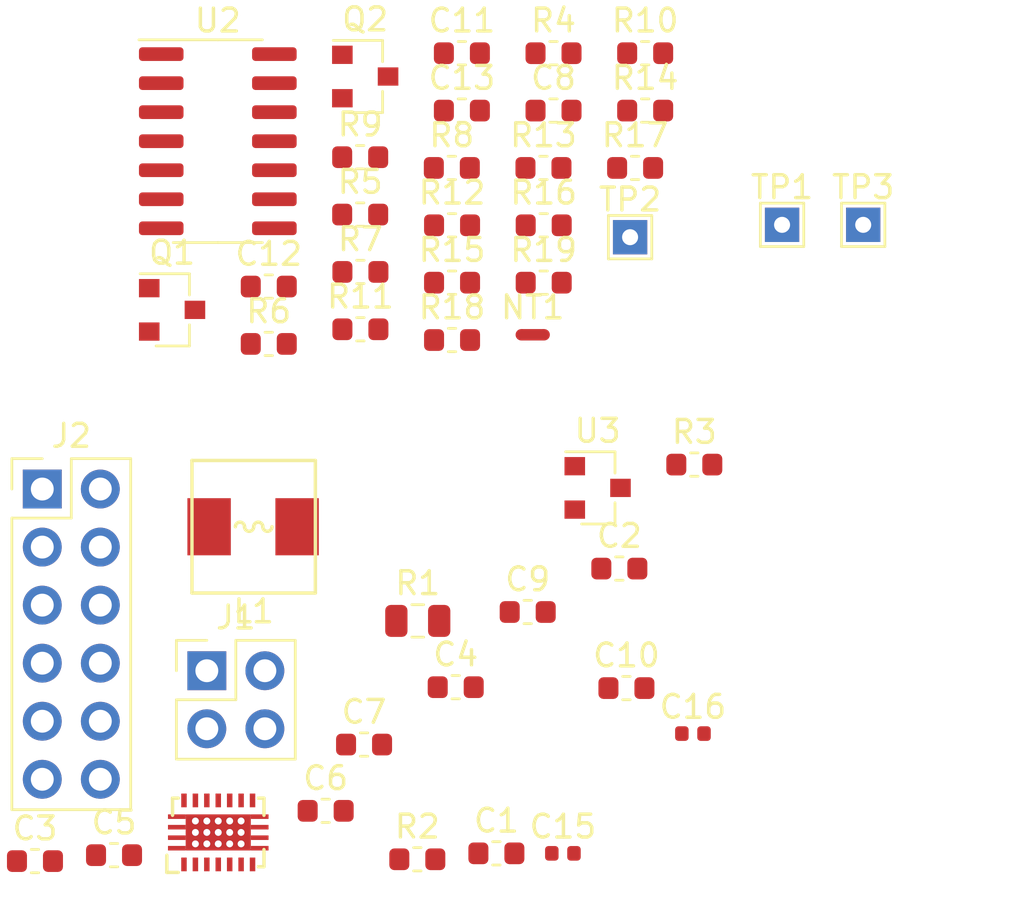
<source format=kicad_pcb>
(kicad_pcb (version 20171130) (host pcbnew 5.1.6-c6e7f7d~87~ubuntu20.04.1)

  (general
    (thickness 1.6)
    (drawings 0)
    (tracks 0)
    (zones 0)
    (modules 46)
    (nets 27)
  )

  (page A4)
  (layers
    (0 F.Cu signal)
    (31 B.Cu signal)
    (32 B.Adhes user)
    (33 F.Adhes user)
    (34 B.Paste user)
    (35 F.Paste user)
    (36 B.SilkS user)
    (37 F.SilkS user)
    (38 B.Mask user)
    (39 F.Mask user)
    (40 Dwgs.User user)
    (41 Cmts.User user)
    (42 Eco1.User user)
    (43 Eco2.User user)
    (44 Edge.Cuts user)
    (45 Margin user)
    (46 B.CrtYd user)
    (47 F.CrtYd user)
    (48 B.Fab user)
    (49 F.Fab user)
  )

  (setup
    (last_trace_width 0.25)
    (trace_clearance 0.2)
    (zone_clearance 0.508)
    (zone_45_only no)
    (trace_min 0.2)
    (via_size 0.8)
    (via_drill 0.4)
    (via_min_size 0.4)
    (via_min_drill 0.3)
    (uvia_size 0.3)
    (uvia_drill 0.1)
    (uvias_allowed no)
    (uvia_min_size 0.2)
    (uvia_min_drill 0.1)
    (edge_width 0.05)
    (segment_width 0.2)
    (pcb_text_width 0.3)
    (pcb_text_size 1.5 1.5)
    (mod_edge_width 0.12)
    (mod_text_size 1 1)
    (mod_text_width 0.15)
    (pad_size 1.524 1.524)
    (pad_drill 0.762)
    (pad_to_mask_clearance 0.05)
    (aux_axis_origin 0 0)
    (visible_elements FFFFFF7F)
    (pcbplotparams
      (layerselection 0x010fc_ffffffff)
      (usegerberextensions false)
      (usegerberattributes true)
      (usegerberadvancedattributes true)
      (creategerberjobfile true)
      (excludeedgelayer true)
      (linewidth 0.100000)
      (plotframeref false)
      (viasonmask false)
      (mode 1)
      (useauxorigin false)
      (hpglpennumber 1)
      (hpglpenspeed 20)
      (hpglpendiameter 15.000000)
      (psnegative false)
      (psa4output false)
      (plotreference true)
      (plotvalue true)
      (plotinvisibletext false)
      (padsonsilk false)
      (subtractmaskfromsilk false)
      (outputformat 1)
      (mirror false)
      (drillshape 1)
      (scaleselection 1)
      (outputdirectory ""))
  )

  (net 0 "")
  (net 1 "Net-(C1-Pad2)")
  (net 2 GND)
  (net 3 VCC)
  (net 4 LED+)
  (net 5 "Net-(C8-Pad2)")
  (net 6 "Net-(C11-Pad2)")
  (net 7 +3V3)
  (net 8 LED-)
  (net 9 PWM)
  (net 10 POWER_GOOD)
  (net 11 ENABLE)
  (net 12 "Net-(L1-Pad2)")
  (net 13 "Net-(L1-Pad1)")
  (net 14 "Net-(C12-Pad2)")
  (net 15 "Net-(C12-Pad1)")
  (net 16 FAST_DIM)
  (net 17 "Net-(NT1-Pad1)")
  (net 18 "Net-(Q1-Pad3)")
  (net 19 "Net-(Q2-Pad3)")
  (net 20 "Net-(Q2-Pad2)")
  (net 21 "Net-(R7-Pad2)")
  (net 22 "Net-(R7-Pad1)")
  (net 23 "Net-(R11-Pad2)")
  (net 24 "Net-(R12-Pad2)")
  (net 25 "Net-(R14-Pad1)")
  (net 26 "Net-(R15-Pad2)")

  (net_class Default "This is the default net class."
    (clearance 0.2)
    (trace_width 0.25)
    (via_dia 0.8)
    (via_drill 0.4)
    (uvia_dia 0.3)
    (uvia_drill 0.1)
    (add_net +3V3)
    (add_net ENABLE)
    (add_net FAST_DIM)
    (add_net GND)
    (add_net LED+)
    (add_net LED-)
    (add_net "Net-(C1-Pad2)")
    (add_net "Net-(C11-Pad2)")
    (add_net "Net-(C12-Pad1)")
    (add_net "Net-(C12-Pad2)")
    (add_net "Net-(C8-Pad2)")
    (add_net "Net-(L1-Pad1)")
    (add_net "Net-(L1-Pad2)")
    (add_net "Net-(NT1-Pad1)")
    (add_net "Net-(Q1-Pad3)")
    (add_net "Net-(Q2-Pad2)")
    (add_net "Net-(Q2-Pad3)")
    (add_net "Net-(R11-Pad2)")
    (add_net "Net-(R12-Pad2)")
    (add_net "Net-(R14-Pad1)")
    (add_net "Net-(R15-Pad2)")
    (add_net "Net-(R7-Pad1)")
    (add_net "Net-(R7-Pad2)")
    (add_net POWER_GOOD)
    (add_net PWM)
    (add_net VCC)
  )

  (module TestPoint:TestPoint_THTPad_1.5x1.5mm_Drill0.7mm (layer F.Cu) (tedit 5A0F774F) (tstamp 5F2E3043)
    (at 168.55 65)
    (descr "THT rectangular pad as test Point, square 1.5mm side length, hole diameter 0.7mm")
    (tags "test point THT pad rectangle square")
    (path /5F3EDDEC)
    (attr virtual)
    (fp_text reference TP3 (at 0 -1.648) (layer F.SilkS)
      (effects (font (size 1 1) (thickness 0.15)))
    )
    (fp_text value AmplifiedFeedback (at 0 1.75) (layer F.Fab)
      (effects (font (size 1 1) (thickness 0.15)))
    )
    (fp_text user %R (at 0 -1.65) (layer F.Fab)
      (effects (font (size 1 1) (thickness 0.15)))
    )
    (fp_line (start -0.95 -0.95) (end 0.95 -0.95) (layer F.SilkS) (width 0.12))
    (fp_line (start 0.95 -0.95) (end 0.95 0.95) (layer F.SilkS) (width 0.12))
    (fp_line (start 0.95 0.95) (end -0.95 0.95) (layer F.SilkS) (width 0.12))
    (fp_line (start -0.95 0.95) (end -0.95 -0.95) (layer F.SilkS) (width 0.12))
    (fp_line (start -1.25 -1.25) (end 1.25 -1.25) (layer F.CrtYd) (width 0.05))
    (fp_line (start -1.25 -1.25) (end -1.25 1.25) (layer F.CrtYd) (width 0.05))
    (fp_line (start 1.25 1.25) (end 1.25 -1.25) (layer F.CrtYd) (width 0.05))
    (fp_line (start 1.25 1.25) (end -1.25 1.25) (layer F.CrtYd) (width 0.05))
    (pad 1 thru_hole rect (at 0 0) (size 1.5 1.5) (drill 0.7) (layers *.Cu *.Mask)
      (net 20 "Net-(Q2-Pad2)"))
  )

  (module TestPoint:TestPoint_THTPad_1.5x1.5mm_Drill0.7mm (layer F.Cu) (tedit 5A0F774F) (tstamp 5F2E301B)
    (at 165 65)
    (descr "THT rectangular pad as test Point, square 1.5mm side length, hole diameter 0.7mm")
    (tags "test point THT pad rectangle square")
    (path /5F5BC360)
    (attr virtual)
    (fp_text reference TP1 (at 0 -1.648) (layer F.SilkS)
      (effects (font (size 1 1) (thickness 0.15)))
    )
    (fp_text value ChipFeedback (at 0 1.75) (layer F.Fab)
      (effects (font (size 1 1) (thickness 0.15)))
    )
    (fp_text user %R (at 0 -1.65) (layer F.Fab)
      (effects (font (size 1 1) (thickness 0.15)))
    )
    (fp_line (start -0.95 -0.95) (end 0.95 -0.95) (layer F.SilkS) (width 0.12))
    (fp_line (start 0.95 -0.95) (end 0.95 0.95) (layer F.SilkS) (width 0.12))
    (fp_line (start 0.95 0.95) (end -0.95 0.95) (layer F.SilkS) (width 0.12))
    (fp_line (start -0.95 0.95) (end -0.95 -0.95) (layer F.SilkS) (width 0.12))
    (fp_line (start -1.25 -1.25) (end 1.25 -1.25) (layer F.CrtYd) (width 0.05))
    (fp_line (start -1.25 -1.25) (end -1.25 1.25) (layer F.CrtYd) (width 0.05))
    (fp_line (start 1.25 1.25) (end 1.25 -1.25) (layer F.CrtYd) (width 0.05))
    (fp_line (start 1.25 1.25) (end -1.25 1.25) (layer F.CrtYd) (width 0.05))
    (pad 1 thru_hole rect (at 0 0) (size 1.5 1.5) (drill 0.7) (layers *.Cu *.Mask)
      (net 21 "Net-(R7-Pad2)"))
  )

  (module Package_SO:SOIC-14_3.9x8.7mm_P1.27mm (layer F.Cu) (tedit 5D9F72B1) (tstamp 5F2E22CC)
    (at 140.31 61.34)
    (descr "SOIC, 14 Pin (JEDEC MS-012AB, https://www.analog.com/media/en/package-pcb-resources/package/pkg_pdf/soic_narrow-r/r_14.pdf), generated with kicad-footprint-generator ipc_gullwing_generator.py")
    (tags "SOIC SO")
    (path /5F35AF0D)
    (attr smd)
    (fp_text reference U2 (at 0 -5.28) (layer F.SilkS)
      (effects (font (size 1 1) (thickness 0.15)))
    )
    (fp_text value TPH2504-SR (at 0 5.28) (layer F.Fab)
      (effects (font (size 1 1) (thickness 0.15)))
    )
    (fp_text user %R (at 0 0) (layer F.Fab)
      (effects (font (size 0.98 0.98) (thickness 0.15)))
    )
    (fp_line (start 0 4.435) (end 1.95 4.435) (layer F.SilkS) (width 0.12))
    (fp_line (start 0 4.435) (end -1.95 4.435) (layer F.SilkS) (width 0.12))
    (fp_line (start 0 -4.435) (end 1.95 -4.435) (layer F.SilkS) (width 0.12))
    (fp_line (start 0 -4.435) (end -3.45 -4.435) (layer F.SilkS) (width 0.12))
    (fp_line (start -0.975 -4.325) (end 1.95 -4.325) (layer F.Fab) (width 0.1))
    (fp_line (start 1.95 -4.325) (end 1.95 4.325) (layer F.Fab) (width 0.1))
    (fp_line (start 1.95 4.325) (end -1.95 4.325) (layer F.Fab) (width 0.1))
    (fp_line (start -1.95 4.325) (end -1.95 -3.35) (layer F.Fab) (width 0.1))
    (fp_line (start -1.95 -3.35) (end -0.975 -4.325) (layer F.Fab) (width 0.1))
    (fp_line (start -3.7 -4.58) (end -3.7 4.58) (layer F.CrtYd) (width 0.05))
    (fp_line (start -3.7 4.58) (end 3.7 4.58) (layer F.CrtYd) (width 0.05))
    (fp_line (start 3.7 4.58) (end 3.7 -4.58) (layer F.CrtYd) (width 0.05))
    (fp_line (start 3.7 -4.58) (end -3.7 -4.58) (layer F.CrtYd) (width 0.05))
    (pad 14 smd roundrect (at 2.475 -3.81) (size 1.95 0.6) (layers F.Cu F.Paste F.Mask) (roundrect_rratio 0.25)
      (net 15 "Net-(C12-Pad1)"))
    (pad 13 smd roundrect (at 2.475 -2.54) (size 1.95 0.6) (layers F.Cu F.Paste F.Mask) (roundrect_rratio 0.25)
      (net 15 "Net-(C12-Pad1)"))
    (pad 12 smd roundrect (at 2.475 -1.27) (size 1.95 0.6) (layers F.Cu F.Paste F.Mask) (roundrect_rratio 0.25)
      (net 6 "Net-(C11-Pad2)"))
    (pad 11 smd roundrect (at 2.475 0) (size 1.95 0.6) (layers F.Cu F.Paste F.Mask) (roundrect_rratio 0.25)
      (net 2 GND))
    (pad 10 smd roundrect (at 2.475 1.27) (size 1.95 0.6) (layers F.Cu F.Paste F.Mask) (roundrect_rratio 0.25)
      (net 18 "Net-(Q1-Pad3)"))
    (pad 9 smd roundrect (at 2.475 2.54) (size 1.95 0.6) (layers F.Cu F.Paste F.Mask) (roundrect_rratio 0.25)
      (net 23 "Net-(R11-Pad2)"))
    (pad 8 smd roundrect (at 2.475 3.81) (size 1.95 0.6) (layers F.Cu F.Paste F.Mask) (roundrect_rratio 0.25)
      (net 23 "Net-(R11-Pad2)"))
    (pad 7 smd roundrect (at -2.475 3.81) (size 1.95 0.6) (layers F.Cu F.Paste F.Mask) (roundrect_rratio 0.25)
      (net 21 "Net-(R7-Pad2)"))
    (pad 6 smd roundrect (at -2.475 2.54) (size 1.95 0.6) (layers F.Cu F.Paste F.Mask) (roundrect_rratio 0.25)
      (net 22 "Net-(R7-Pad1)"))
    (pad 5 smd roundrect (at -2.475 1.27) (size 1.95 0.6) (layers F.Cu F.Paste F.Mask) (roundrect_rratio 0.25)
      (net 20 "Net-(Q2-Pad2)"))
    (pad 4 smd roundrect (at -2.475 0) (size 1.95 0.6) (layers F.Cu F.Paste F.Mask) (roundrect_rratio 0.25)
      (net 7 +3V3))
    (pad 3 smd roundrect (at -2.475 -1.27) (size 1.95 0.6) (layers F.Cu F.Paste F.Mask) (roundrect_rratio 0.25)
      (net 24 "Net-(R12-Pad2)"))
    (pad 2 smd roundrect (at -2.475 -2.54) (size 1.95 0.6) (layers F.Cu F.Paste F.Mask) (roundrect_rratio 0.25)
      (net 26 "Net-(R15-Pad2)"))
    (pad 1 smd roundrect (at -2.475 -3.81) (size 1.95 0.6) (layers F.Cu F.Paste F.Mask) (roundrect_rratio 0.25)
      (net 25 "Net-(R14-Pad1)"))
    (model ${KISYS3DMOD}/Package_SO.3dshapes/SOIC-14_3.9x8.7mm_P1.27mm.wrl
      (at (xyz 0 0 0))
      (scale (xyz 1 1 1))
      (rotate (xyz 0 0 0))
    )
  )

  (module TestPoint:TestPoint_THTPad_1.5x1.5mm_Drill0.7mm (layer F.Cu) (tedit 5A0F774F) (tstamp 5F2E2242)
    (at 158.35 65.54)
    (descr "THT rectangular pad as test Point, square 1.5mm side length, hole diameter 0.7mm")
    (tags "test point THT pad rectangle square")
    (path /5F3EB96D)
    (attr virtual)
    (fp_text reference TP2 (at 0 -1.648) (layer F.SilkS)
      (effects (font (size 1 1) (thickness 0.15)))
    )
    (fp_text value 3V3 (at 0 1.75) (layer F.Fab)
      (effects (font (size 1 1) (thickness 0.15)))
    )
    (fp_text user %R (at 0 -1.65) (layer F.Fab)
      (effects (font (size 1 1) (thickness 0.15)))
    )
    (fp_line (start -0.95 -0.95) (end 0.95 -0.95) (layer F.SilkS) (width 0.12))
    (fp_line (start 0.95 -0.95) (end 0.95 0.95) (layer F.SilkS) (width 0.12))
    (fp_line (start 0.95 0.95) (end -0.95 0.95) (layer F.SilkS) (width 0.12))
    (fp_line (start -0.95 0.95) (end -0.95 -0.95) (layer F.SilkS) (width 0.12))
    (fp_line (start -1.25 -1.25) (end 1.25 -1.25) (layer F.CrtYd) (width 0.05))
    (fp_line (start -1.25 -1.25) (end -1.25 1.25) (layer F.CrtYd) (width 0.05))
    (fp_line (start 1.25 1.25) (end 1.25 -1.25) (layer F.CrtYd) (width 0.05))
    (fp_line (start 1.25 1.25) (end -1.25 1.25) (layer F.CrtYd) (width 0.05))
    (pad 1 thru_hole rect (at 0 0) (size 1.5 1.5) (drill 0.7) (layers *.Cu *.Mask)
      (net 7 +3V3))
  )

  (module Resistor_SMD:R_0603_1608Metric (layer F.Cu) (tedit 5B301BBD) (tstamp 5F2E2234)
    (at 154.57 67.53)
    (descr "Resistor SMD 0603 (1608 Metric), square (rectangular) end terminal, IPC_7351 nominal, (Body size source: http://www.tortai-tech.com/upload/download/2011102023233369053.pdf), generated with kicad-footprint-generator")
    (tags resistor)
    (path /5F439780)
    (attr smd)
    (fp_text reference R19 (at 0 -1.43) (layer F.SilkS)
      (effects (font (size 1 1) (thickness 0.15)))
    )
    (fp_text value 1k8 (at 0 1.43) (layer F.Fab)
      (effects (font (size 1 1) (thickness 0.15)))
    )
    (fp_text user %R (at 0 0) (layer F.Fab)
      (effects (font (size 0.4 0.4) (thickness 0.06)))
    )
    (fp_line (start -0.8 0.4) (end -0.8 -0.4) (layer F.Fab) (width 0.1))
    (fp_line (start -0.8 -0.4) (end 0.8 -0.4) (layer F.Fab) (width 0.1))
    (fp_line (start 0.8 -0.4) (end 0.8 0.4) (layer F.Fab) (width 0.1))
    (fp_line (start 0.8 0.4) (end -0.8 0.4) (layer F.Fab) (width 0.1))
    (fp_line (start -0.162779 -0.51) (end 0.162779 -0.51) (layer F.SilkS) (width 0.12))
    (fp_line (start -0.162779 0.51) (end 0.162779 0.51) (layer F.SilkS) (width 0.12))
    (fp_line (start -1.48 0.73) (end -1.48 -0.73) (layer F.CrtYd) (width 0.05))
    (fp_line (start -1.48 -0.73) (end 1.48 -0.73) (layer F.CrtYd) (width 0.05))
    (fp_line (start 1.48 -0.73) (end 1.48 0.73) (layer F.CrtYd) (width 0.05))
    (fp_line (start 1.48 0.73) (end -1.48 0.73) (layer F.CrtYd) (width 0.05))
    (pad 2 smd roundrect (at 0.7875 0) (size 0.875 0.95) (layers F.Cu F.Paste F.Mask) (roundrect_rratio 0.25)
      (net 2 GND))
    (pad 1 smd roundrect (at -0.7875 0) (size 0.875 0.95) (layers F.Cu F.Paste F.Mask) (roundrect_rratio 0.25)
      (net 19 "Net-(Q2-Pad3)"))
    (model ${KISYS3DMOD}/Resistor_SMD.3dshapes/R_0603_1608Metric.wrl
      (at (xyz 0 0 0))
      (scale (xyz 1 1 1))
      (rotate (xyz 0 0 0))
    )
  )

  (module Resistor_SMD:R_0603_1608Metric (layer F.Cu) (tedit 5B301BBD) (tstamp 5F2E2223)
    (at 150.56 70.04)
    (descr "Resistor SMD 0603 (1608 Metric), square (rectangular) end terminal, IPC_7351 nominal, (Body size source: http://www.tortai-tech.com/upload/download/2011102023233369053.pdf), generated with kicad-footprint-generator")
    (tags resistor)
    (path /5F438AF6)
    (attr smd)
    (fp_text reference R18 (at 0 -1.43) (layer F.SilkS)
      (effects (font (size 1 1) (thickness 0.15)))
    )
    (fp_text value 51k (at 0 1.43) (layer F.Fab)
      (effects (font (size 1 1) (thickness 0.15)))
    )
    (fp_text user %R (at 0 0) (layer F.Fab)
      (effects (font (size 0.4 0.4) (thickness 0.06)))
    )
    (fp_line (start -0.8 0.4) (end -0.8 -0.4) (layer F.Fab) (width 0.1))
    (fp_line (start -0.8 -0.4) (end 0.8 -0.4) (layer F.Fab) (width 0.1))
    (fp_line (start 0.8 -0.4) (end 0.8 0.4) (layer F.Fab) (width 0.1))
    (fp_line (start 0.8 0.4) (end -0.8 0.4) (layer F.Fab) (width 0.1))
    (fp_line (start -0.162779 -0.51) (end 0.162779 -0.51) (layer F.SilkS) (width 0.12))
    (fp_line (start -0.162779 0.51) (end 0.162779 0.51) (layer F.SilkS) (width 0.12))
    (fp_line (start -1.48 0.73) (end -1.48 -0.73) (layer F.CrtYd) (width 0.05))
    (fp_line (start -1.48 -0.73) (end 1.48 -0.73) (layer F.CrtYd) (width 0.05))
    (fp_line (start 1.48 -0.73) (end 1.48 0.73) (layer F.CrtYd) (width 0.05))
    (fp_line (start 1.48 0.73) (end -1.48 0.73) (layer F.CrtYd) (width 0.05))
    (pad 2 smd roundrect (at 0.7875 0) (size 0.875 0.95) (layers F.Cu F.Paste F.Mask) (roundrect_rratio 0.25)
      (net 19 "Net-(Q2-Pad3)"))
    (pad 1 smd roundrect (at -0.7875 0) (size 0.875 0.95) (layers F.Cu F.Paste F.Mask) (roundrect_rratio 0.25)
      (net 7 +3V3))
    (model ${KISYS3DMOD}/Resistor_SMD.3dshapes/R_0603_1608Metric.wrl
      (at (xyz 0 0 0))
      (scale (xyz 1 1 1))
      (rotate (xyz 0 0 0))
    )
  )

  (module Resistor_SMD:R_0603_1608Metric (layer F.Cu) (tedit 5B301BBD) (tstamp 5F2E2212)
    (at 158.57 62.51)
    (descr "Resistor SMD 0603 (1608 Metric), square (rectangular) end terminal, IPC_7351 nominal, (Body size source: http://www.tortai-tech.com/upload/download/2011102023233369053.pdf), generated with kicad-footprint-generator")
    (tags resistor)
    (path /5F422F4E)
    (attr smd)
    (fp_text reference R17 (at 0 -1.43) (layer F.SilkS)
      (effects (font (size 1 1) (thickness 0.15)))
    )
    (fp_text value 120k (at 0 1.43) (layer F.Fab)
      (effects (font (size 1 1) (thickness 0.15)))
    )
    (fp_text user %R (at 0 0) (layer F.Fab)
      (effects (font (size 0.4 0.4) (thickness 0.06)))
    )
    (fp_line (start -0.8 0.4) (end -0.8 -0.4) (layer F.Fab) (width 0.1))
    (fp_line (start -0.8 -0.4) (end 0.8 -0.4) (layer F.Fab) (width 0.1))
    (fp_line (start 0.8 -0.4) (end 0.8 0.4) (layer F.Fab) (width 0.1))
    (fp_line (start 0.8 0.4) (end -0.8 0.4) (layer F.Fab) (width 0.1))
    (fp_line (start -0.162779 -0.51) (end 0.162779 -0.51) (layer F.SilkS) (width 0.12))
    (fp_line (start -0.162779 0.51) (end 0.162779 0.51) (layer F.SilkS) (width 0.12))
    (fp_line (start -1.48 0.73) (end -1.48 -0.73) (layer F.CrtYd) (width 0.05))
    (fp_line (start -1.48 -0.73) (end 1.48 -0.73) (layer F.CrtYd) (width 0.05))
    (fp_line (start 1.48 -0.73) (end 1.48 0.73) (layer F.CrtYd) (width 0.05))
    (fp_line (start 1.48 0.73) (end -1.48 0.73) (layer F.CrtYd) (width 0.05))
    (pad 2 smd roundrect (at 0.7875 0) (size 0.875 0.95) (layers F.Cu F.Paste F.Mask) (roundrect_rratio 0.25)
      (net 2 GND))
    (pad 1 smd roundrect (at -0.7875 0) (size 0.875 0.95) (layers F.Cu F.Paste F.Mask) (roundrect_rratio 0.25)
      (net 16 FAST_DIM))
    (model ${KISYS3DMOD}/Resistor_SMD.3dshapes/R_0603_1608Metric.wrl
      (at (xyz 0 0 0))
      (scale (xyz 1 1 1))
      (rotate (xyz 0 0 0))
    )
  )

  (module Resistor_SMD:R_0603_1608Metric (layer F.Cu) (tedit 5B301BBD) (tstamp 5F2E2201)
    (at 154.57 65.02)
    (descr "Resistor SMD 0603 (1608 Metric), square (rectangular) end terminal, IPC_7351 nominal, (Body size source: http://www.tortai-tech.com/upload/download/2011102023233369053.pdf), generated with kicad-footprint-generator")
    (tags resistor)
    (path /5F38B7B4)
    (attr smd)
    (fp_text reference R16 (at 0 -1.43) (layer F.SilkS)
      (effects (font (size 1 1) (thickness 0.15)))
    )
    (fp_text value 120k (at 0 1.43) (layer F.Fab)
      (effects (font (size 1 1) (thickness 0.15)))
    )
    (fp_text user %R (at 0 0) (layer F.Fab)
      (effects (font (size 0.4 0.4) (thickness 0.06)))
    )
    (fp_line (start -0.8 0.4) (end -0.8 -0.4) (layer F.Fab) (width 0.1))
    (fp_line (start -0.8 -0.4) (end 0.8 -0.4) (layer F.Fab) (width 0.1))
    (fp_line (start 0.8 -0.4) (end 0.8 0.4) (layer F.Fab) (width 0.1))
    (fp_line (start 0.8 0.4) (end -0.8 0.4) (layer F.Fab) (width 0.1))
    (fp_line (start -0.162779 -0.51) (end 0.162779 -0.51) (layer F.SilkS) (width 0.12))
    (fp_line (start -0.162779 0.51) (end 0.162779 0.51) (layer F.SilkS) (width 0.12))
    (fp_line (start -1.48 0.73) (end -1.48 -0.73) (layer F.CrtYd) (width 0.05))
    (fp_line (start -1.48 -0.73) (end 1.48 -0.73) (layer F.CrtYd) (width 0.05))
    (fp_line (start 1.48 -0.73) (end 1.48 0.73) (layer F.CrtYd) (width 0.05))
    (fp_line (start 1.48 0.73) (end -1.48 0.73) (layer F.CrtYd) (width 0.05))
    (pad 2 smd roundrect (at 0.7875 0) (size 0.875 0.95) (layers F.Cu F.Paste F.Mask) (roundrect_rratio 0.25)
      (net 25 "Net-(R14-Pad1)"))
    (pad 1 smd roundrect (at -0.7875 0) (size 0.875 0.95) (layers F.Cu F.Paste F.Mask) (roundrect_rratio 0.25)
      (net 26 "Net-(R15-Pad2)"))
    (model ${KISYS3DMOD}/Resistor_SMD.3dshapes/R_0603_1608Metric.wrl
      (at (xyz 0 0 0))
      (scale (xyz 1 1 1))
      (rotate (xyz 0 0 0))
    )
  )

  (module Resistor_SMD:R_0603_1608Metric (layer F.Cu) (tedit 5B301BBD) (tstamp 5F2E21F0)
    (at 150.56 67.53)
    (descr "Resistor SMD 0603 (1608 Metric), square (rectangular) end terminal, IPC_7351 nominal, (Body size source: http://www.tortai-tech.com/upload/download/2011102023233369053.pdf), generated with kicad-footprint-generator")
    (tags resistor)
    (path /5F359B76)
    (attr smd)
    (fp_text reference R15 (at 0 -1.43) (layer F.SilkS)
      (effects (font (size 1 1) (thickness 0.15)))
    )
    (fp_text value 30k (at 0 1.43) (layer F.Fab)
      (effects (font (size 1 1) (thickness 0.15)))
    )
    (fp_text user %R (at 0 0) (layer F.Fab)
      (effects (font (size 0.4 0.4) (thickness 0.06)))
    )
    (fp_line (start -0.8 0.4) (end -0.8 -0.4) (layer F.Fab) (width 0.1))
    (fp_line (start -0.8 -0.4) (end 0.8 -0.4) (layer F.Fab) (width 0.1))
    (fp_line (start 0.8 -0.4) (end 0.8 0.4) (layer F.Fab) (width 0.1))
    (fp_line (start 0.8 0.4) (end -0.8 0.4) (layer F.Fab) (width 0.1))
    (fp_line (start -0.162779 -0.51) (end 0.162779 -0.51) (layer F.SilkS) (width 0.12))
    (fp_line (start -0.162779 0.51) (end 0.162779 0.51) (layer F.SilkS) (width 0.12))
    (fp_line (start -1.48 0.73) (end -1.48 -0.73) (layer F.CrtYd) (width 0.05))
    (fp_line (start -1.48 -0.73) (end 1.48 -0.73) (layer F.CrtYd) (width 0.05))
    (fp_line (start 1.48 -0.73) (end 1.48 0.73) (layer F.CrtYd) (width 0.05))
    (fp_line (start 1.48 0.73) (end -1.48 0.73) (layer F.CrtYd) (width 0.05))
    (pad 2 smd roundrect (at 0.7875 0) (size 0.875 0.95) (layers F.Cu F.Paste F.Mask) (roundrect_rratio 0.25)
      (net 26 "Net-(R15-Pad2)"))
    (pad 1 smd roundrect (at -0.7875 0) (size 0.875 0.95) (layers F.Cu F.Paste F.Mask) (roundrect_rratio 0.25)
      (net 17 "Net-(NT1-Pad1)"))
    (model ${KISYS3DMOD}/Resistor_SMD.3dshapes/R_0603_1608Metric.wrl
      (at (xyz 0 0 0))
      (scale (xyz 1 1 1))
      (rotate (xyz 0 0 0))
    )
  )

  (module Resistor_SMD:R_0603_1608Metric (layer F.Cu) (tedit 5B301BBD) (tstamp 5F2E21DF)
    (at 159.01 60)
    (descr "Resistor SMD 0603 (1608 Metric), square (rectangular) end terminal, IPC_7351 nominal, (Body size source: http://www.tortai-tech.com/upload/download/2011102023233369053.pdf), generated with kicad-footprint-generator")
    (tags resistor)
    (path /5F3D2A0D)
    (attr smd)
    (fp_text reference R14 (at 0 -1.43) (layer F.SilkS)
      (effects (font (size 1 1) (thickness 0.15)))
    )
    (fp_text value 30k (at 0 1.43) (layer F.Fab)
      (effects (font (size 1 1) (thickness 0.15)))
    )
    (fp_text user %R (at 0 0) (layer F.Fab)
      (effects (font (size 0.4 0.4) (thickness 0.06)))
    )
    (fp_line (start -0.8 0.4) (end -0.8 -0.4) (layer F.Fab) (width 0.1))
    (fp_line (start -0.8 -0.4) (end 0.8 -0.4) (layer F.Fab) (width 0.1))
    (fp_line (start 0.8 -0.4) (end 0.8 0.4) (layer F.Fab) (width 0.1))
    (fp_line (start 0.8 0.4) (end -0.8 0.4) (layer F.Fab) (width 0.1))
    (fp_line (start -0.162779 -0.51) (end 0.162779 -0.51) (layer F.SilkS) (width 0.12))
    (fp_line (start -0.162779 0.51) (end 0.162779 0.51) (layer F.SilkS) (width 0.12))
    (fp_line (start -1.48 0.73) (end -1.48 -0.73) (layer F.CrtYd) (width 0.05))
    (fp_line (start -1.48 -0.73) (end 1.48 -0.73) (layer F.CrtYd) (width 0.05))
    (fp_line (start 1.48 -0.73) (end 1.48 0.73) (layer F.CrtYd) (width 0.05))
    (fp_line (start 1.48 0.73) (end -1.48 0.73) (layer F.CrtYd) (width 0.05))
    (pad 2 smd roundrect (at 0.7875 0) (size 0.875 0.95) (layers F.Cu F.Paste F.Mask) (roundrect_rratio 0.25)
      (net 20 "Net-(Q2-Pad2)"))
    (pad 1 smd roundrect (at -0.7875 0) (size 0.875 0.95) (layers F.Cu F.Paste F.Mask) (roundrect_rratio 0.25)
      (net 25 "Net-(R14-Pad1)"))
    (model ${KISYS3DMOD}/Resistor_SMD.3dshapes/R_0603_1608Metric.wrl
      (at (xyz 0 0 0))
      (scale (xyz 1 1 1))
      (rotate (xyz 0 0 0))
    )
  )

  (module Resistor_SMD:R_0603_1608Metric (layer F.Cu) (tedit 5B301BBD) (tstamp 5F2E21CE)
    (at 154.56 62.51)
    (descr "Resistor SMD 0603 (1608 Metric), square (rectangular) end terminal, IPC_7351 nominal, (Body size source: http://www.tortai-tech.com/upload/download/2011102023233369053.pdf), generated with kicad-footprint-generator")
    (tags resistor)
    (path /5F3841F8)
    (attr smd)
    (fp_text reference R13 (at 0 -1.43) (layer F.SilkS)
      (effects (font (size 1 1) (thickness 0.15)))
    )
    (fp_text value 120k (at 0 1.43) (layer F.Fab)
      (effects (font (size 1 1) (thickness 0.15)))
    )
    (fp_text user %R (at 0 0) (layer F.Fab)
      (effects (font (size 0.4 0.4) (thickness 0.06)))
    )
    (fp_line (start -0.8 0.4) (end -0.8 -0.4) (layer F.Fab) (width 0.1))
    (fp_line (start -0.8 -0.4) (end 0.8 -0.4) (layer F.Fab) (width 0.1))
    (fp_line (start 0.8 -0.4) (end 0.8 0.4) (layer F.Fab) (width 0.1))
    (fp_line (start 0.8 0.4) (end -0.8 0.4) (layer F.Fab) (width 0.1))
    (fp_line (start -0.162779 -0.51) (end 0.162779 -0.51) (layer F.SilkS) (width 0.12))
    (fp_line (start -0.162779 0.51) (end 0.162779 0.51) (layer F.SilkS) (width 0.12))
    (fp_line (start -1.48 0.73) (end -1.48 -0.73) (layer F.CrtYd) (width 0.05))
    (fp_line (start -1.48 -0.73) (end 1.48 -0.73) (layer F.CrtYd) (width 0.05))
    (fp_line (start 1.48 -0.73) (end 1.48 0.73) (layer F.CrtYd) (width 0.05))
    (fp_line (start 1.48 0.73) (end -1.48 0.73) (layer F.CrtYd) (width 0.05))
    (pad 2 smd roundrect (at 0.7875 0) (size 0.875 0.95) (layers F.Cu F.Paste F.Mask) (roundrect_rratio 0.25)
      (net 24 "Net-(R12-Pad2)"))
    (pad 1 smd roundrect (at -0.7875 0) (size 0.875 0.95) (layers F.Cu F.Paste F.Mask) (roundrect_rratio 0.25)
      (net 17 "Net-(NT1-Pad1)"))
    (model ${KISYS3DMOD}/Resistor_SMD.3dshapes/R_0603_1608Metric.wrl
      (at (xyz 0 0 0))
      (scale (xyz 1 1 1))
      (rotate (xyz 0 0 0))
    )
  )

  (module Resistor_SMD:R_0603_1608Metric (layer F.Cu) (tedit 5B301BBD) (tstamp 5F2E21BD)
    (at 150.56 65.02)
    (descr "Resistor SMD 0603 (1608 Metric), square (rectangular) end terminal, IPC_7351 nominal, (Body size source: http://www.tortai-tech.com/upload/download/2011102023233369053.pdf), generated with kicad-footprint-generator")
    (tags resistor)
    (path /5F359FFD)
    (attr smd)
    (fp_text reference R12 (at 0 -1.43) (layer F.SilkS)
      (effects (font (size 1 1) (thickness 0.15)))
    )
    (fp_text value 30k (at 0 1.43) (layer F.Fab)
      (effects (font (size 1 1) (thickness 0.15)))
    )
    (fp_text user %R (at 0 0) (layer F.Fab)
      (effects (font (size 0.4 0.4) (thickness 0.06)))
    )
    (fp_line (start -0.8 0.4) (end -0.8 -0.4) (layer F.Fab) (width 0.1))
    (fp_line (start -0.8 -0.4) (end 0.8 -0.4) (layer F.Fab) (width 0.1))
    (fp_line (start 0.8 -0.4) (end 0.8 0.4) (layer F.Fab) (width 0.1))
    (fp_line (start 0.8 0.4) (end -0.8 0.4) (layer F.Fab) (width 0.1))
    (fp_line (start -0.162779 -0.51) (end 0.162779 -0.51) (layer F.SilkS) (width 0.12))
    (fp_line (start -0.162779 0.51) (end 0.162779 0.51) (layer F.SilkS) (width 0.12))
    (fp_line (start -1.48 0.73) (end -1.48 -0.73) (layer F.CrtYd) (width 0.05))
    (fp_line (start -1.48 -0.73) (end 1.48 -0.73) (layer F.CrtYd) (width 0.05))
    (fp_line (start 1.48 -0.73) (end 1.48 0.73) (layer F.CrtYd) (width 0.05))
    (fp_line (start 1.48 0.73) (end -1.48 0.73) (layer F.CrtYd) (width 0.05))
    (pad 2 smd roundrect (at 0.7875 0) (size 0.875 0.95) (layers F.Cu F.Paste F.Mask) (roundrect_rratio 0.25)
      (net 24 "Net-(R12-Pad2)"))
    (pad 1 smd roundrect (at -0.7875 0) (size 0.875 0.95) (layers F.Cu F.Paste F.Mask) (roundrect_rratio 0.25)
      (net 8 LED-))
    (model ${KISYS3DMOD}/Resistor_SMD.3dshapes/R_0603_1608Metric.wrl
      (at (xyz 0 0 0))
      (scale (xyz 1 1 1))
      (rotate (xyz 0 0 0))
    )
  )

  (module Resistor_SMD:R_0603_1608Metric (layer F.Cu) (tedit 5B301BBD) (tstamp 5F2E21AC)
    (at 146.55 69.57)
    (descr "Resistor SMD 0603 (1608 Metric), square (rectangular) end terminal, IPC_7351 nominal, (Body size source: http://www.tortai-tech.com/upload/download/2011102023233369053.pdf), generated with kicad-footprint-generator")
    (tags resistor)
    (path /5F3EFA5A)
    (attr smd)
    (fp_text reference R11 (at 0 -1.43) (layer F.SilkS)
      (effects (font (size 1 1) (thickness 0.15)))
    )
    (fp_text value 30k (at 0 1.43) (layer F.Fab)
      (effects (font (size 1 1) (thickness 0.15)))
    )
    (fp_text user %R (at 0 0) (layer F.Fab)
      (effects (font (size 0.4 0.4) (thickness 0.06)))
    )
    (fp_line (start -0.8 0.4) (end -0.8 -0.4) (layer F.Fab) (width 0.1))
    (fp_line (start -0.8 -0.4) (end 0.8 -0.4) (layer F.Fab) (width 0.1))
    (fp_line (start 0.8 -0.4) (end 0.8 0.4) (layer F.Fab) (width 0.1))
    (fp_line (start 0.8 0.4) (end -0.8 0.4) (layer F.Fab) (width 0.1))
    (fp_line (start -0.162779 -0.51) (end 0.162779 -0.51) (layer F.SilkS) (width 0.12))
    (fp_line (start -0.162779 0.51) (end 0.162779 0.51) (layer F.SilkS) (width 0.12))
    (fp_line (start -1.48 0.73) (end -1.48 -0.73) (layer F.CrtYd) (width 0.05))
    (fp_line (start -1.48 -0.73) (end 1.48 -0.73) (layer F.CrtYd) (width 0.05))
    (fp_line (start 1.48 -0.73) (end 1.48 0.73) (layer F.CrtYd) (width 0.05))
    (fp_line (start 1.48 0.73) (end -1.48 0.73) (layer F.CrtYd) (width 0.05))
    (pad 2 smd roundrect (at 0.7875 0) (size 0.875 0.95) (layers F.Cu F.Paste F.Mask) (roundrect_rratio 0.25)
      (net 23 "Net-(R11-Pad2)"))
    (pad 1 smd roundrect (at -0.7875 0) (size 0.875 0.95) (layers F.Cu F.Paste F.Mask) (roundrect_rratio 0.25)
      (net 20 "Net-(Q2-Pad2)"))
    (model ${KISYS3DMOD}/Resistor_SMD.3dshapes/R_0603_1608Metric.wrl
      (at (xyz 0 0 0))
      (scale (xyz 1 1 1))
      (rotate (xyz 0 0 0))
    )
  )

  (module Resistor_SMD:R_0603_1608Metric (layer F.Cu) (tedit 5B301BBD) (tstamp 5F2E219B)
    (at 159.01 57.49)
    (descr "Resistor SMD 0603 (1608 Metric), square (rectangular) end terminal, IPC_7351 nominal, (Body size source: http://www.tortai-tech.com/upload/download/2011102023233369053.pdf), generated with kicad-footprint-generator")
    (tags resistor)
    (path /5F40ED45)
    (attr smd)
    (fp_text reference R10 (at 0 -1.43) (layer F.SilkS)
      (effects (font (size 1 1) (thickness 0.15)))
    )
    (fp_text value 3k3 (at 0 1.43) (layer F.Fab)
      (effects (font (size 1 1) (thickness 0.15)))
    )
    (fp_text user %R (at 0 0) (layer F.Fab)
      (effects (font (size 0.4 0.4) (thickness 0.06)))
    )
    (fp_line (start -0.8 0.4) (end -0.8 -0.4) (layer F.Fab) (width 0.1))
    (fp_line (start -0.8 -0.4) (end 0.8 -0.4) (layer F.Fab) (width 0.1))
    (fp_line (start 0.8 -0.4) (end 0.8 0.4) (layer F.Fab) (width 0.1))
    (fp_line (start 0.8 0.4) (end -0.8 0.4) (layer F.Fab) (width 0.1))
    (fp_line (start -0.162779 -0.51) (end 0.162779 -0.51) (layer F.SilkS) (width 0.12))
    (fp_line (start -0.162779 0.51) (end 0.162779 0.51) (layer F.SilkS) (width 0.12))
    (fp_line (start -1.48 0.73) (end -1.48 -0.73) (layer F.CrtYd) (width 0.05))
    (fp_line (start -1.48 -0.73) (end 1.48 -0.73) (layer F.CrtYd) (width 0.05))
    (fp_line (start 1.48 -0.73) (end 1.48 0.73) (layer F.CrtYd) (width 0.05))
    (fp_line (start 1.48 0.73) (end -1.48 0.73) (layer F.CrtYd) (width 0.05))
    (pad 2 smd roundrect (at 0.7875 0) (size 0.875 0.95) (layers F.Cu F.Paste F.Mask) (roundrect_rratio 0.25)
      (net 2 GND))
    (pad 1 smd roundrect (at -0.7875 0) (size 0.875 0.95) (layers F.Cu F.Paste F.Mask) (roundrect_rratio 0.25)
      (net 18 "Net-(Q1-Pad3)"))
    (model ${KISYS3DMOD}/Resistor_SMD.3dshapes/R_0603_1608Metric.wrl
      (at (xyz 0 0 0))
      (scale (xyz 1 1 1))
      (rotate (xyz 0 0 0))
    )
  )

  (module Resistor_SMD:R_0603_1608Metric (layer F.Cu) (tedit 5B301BBD) (tstamp 5F2E218A)
    (at 146.54 62.04)
    (descr "Resistor SMD 0603 (1608 Metric), square (rectangular) end terminal, IPC_7351 nominal, (Body size source: http://www.tortai-tech.com/upload/download/2011102023233369053.pdf), generated with kicad-footprint-generator")
    (tags resistor)
    (path /5F40DE82)
    (attr smd)
    (fp_text reference R9 (at 0 -1.43) (layer F.SilkS)
      (effects (font (size 1 1) (thickness 0.15)))
    )
    (fp_text value 51k (at 0 1.43) (layer F.Fab)
      (effects (font (size 1 1) (thickness 0.15)))
    )
    (fp_text user %R (at 0 0) (layer F.Fab)
      (effects (font (size 0.4 0.4) (thickness 0.06)))
    )
    (fp_line (start -0.8 0.4) (end -0.8 -0.4) (layer F.Fab) (width 0.1))
    (fp_line (start -0.8 -0.4) (end 0.8 -0.4) (layer F.Fab) (width 0.1))
    (fp_line (start 0.8 -0.4) (end 0.8 0.4) (layer F.Fab) (width 0.1))
    (fp_line (start 0.8 0.4) (end -0.8 0.4) (layer F.Fab) (width 0.1))
    (fp_line (start -0.162779 -0.51) (end 0.162779 -0.51) (layer F.SilkS) (width 0.12))
    (fp_line (start -0.162779 0.51) (end 0.162779 0.51) (layer F.SilkS) (width 0.12))
    (fp_line (start -1.48 0.73) (end -1.48 -0.73) (layer F.CrtYd) (width 0.05))
    (fp_line (start -1.48 -0.73) (end 1.48 -0.73) (layer F.CrtYd) (width 0.05))
    (fp_line (start 1.48 -0.73) (end 1.48 0.73) (layer F.CrtYd) (width 0.05))
    (fp_line (start 1.48 0.73) (end -1.48 0.73) (layer F.CrtYd) (width 0.05))
    (pad 2 smd roundrect (at 0.7875 0) (size 0.875 0.95) (layers F.Cu F.Paste F.Mask) (roundrect_rratio 0.25)
      (net 15 "Net-(C12-Pad1)"))
    (pad 1 smd roundrect (at -0.7875 0) (size 0.875 0.95) (layers F.Cu F.Paste F.Mask) (roundrect_rratio 0.25)
      (net 18 "Net-(Q1-Pad3)"))
    (model ${KISYS3DMOD}/Resistor_SMD.3dshapes/R_0603_1608Metric.wrl
      (at (xyz 0 0 0))
      (scale (xyz 1 1 1))
      (rotate (xyz 0 0 0))
    )
  )

  (module Resistor_SMD:R_0603_1608Metric (layer F.Cu) (tedit 5B301BBD) (tstamp 5F2E2179)
    (at 150.55 62.51)
    (descr "Resistor SMD 0603 (1608 Metric), square (rectangular) end terminal, IPC_7351 nominal, (Body size source: http://www.tortai-tech.com/upload/download/2011102023233369053.pdf), generated with kicad-footprint-generator")
    (tags resistor)
    (path /5F3D15ED)
    (attr smd)
    (fp_text reference R8 (at 0 -1.43) (layer F.SilkS)
      (effects (font (size 1 1) (thickness 0.15)))
    )
    (fp_text value 30k (at 0 1.43) (layer F.Fab)
      (effects (font (size 1 1) (thickness 0.15)))
    )
    (fp_text user %R (at 0 0) (layer F.Fab)
      (effects (font (size 0.4 0.4) (thickness 0.06)))
    )
    (fp_line (start -0.8 0.4) (end -0.8 -0.4) (layer F.Fab) (width 0.1))
    (fp_line (start -0.8 -0.4) (end 0.8 -0.4) (layer F.Fab) (width 0.1))
    (fp_line (start 0.8 -0.4) (end 0.8 0.4) (layer F.Fab) (width 0.1))
    (fp_line (start 0.8 0.4) (end -0.8 0.4) (layer F.Fab) (width 0.1))
    (fp_line (start -0.162779 -0.51) (end 0.162779 -0.51) (layer F.SilkS) (width 0.12))
    (fp_line (start -0.162779 0.51) (end 0.162779 0.51) (layer F.SilkS) (width 0.12))
    (fp_line (start -1.48 0.73) (end -1.48 -0.73) (layer F.CrtYd) (width 0.05))
    (fp_line (start -1.48 -0.73) (end 1.48 -0.73) (layer F.CrtYd) (width 0.05))
    (fp_line (start 1.48 -0.73) (end 1.48 0.73) (layer F.CrtYd) (width 0.05))
    (fp_line (start 1.48 0.73) (end -1.48 0.73) (layer F.CrtYd) (width 0.05))
    (pad 2 smd roundrect (at 0.7875 0) (size 0.875 0.95) (layers F.Cu F.Paste F.Mask) (roundrect_rratio 0.25)
      (net 2 GND))
    (pad 1 smd roundrect (at -0.7875 0) (size 0.875 0.95) (layers F.Cu F.Paste F.Mask) (roundrect_rratio 0.25)
      (net 22 "Net-(R7-Pad1)"))
    (model ${KISYS3DMOD}/Resistor_SMD.3dshapes/R_0603_1608Metric.wrl
      (at (xyz 0 0 0))
      (scale (xyz 1 1 1))
      (rotate (xyz 0 0 0))
    )
  )

  (module Resistor_SMD:R_0603_1608Metric (layer F.Cu) (tedit 5B301BBD) (tstamp 5F2E2168)
    (at 146.55 67.06)
    (descr "Resistor SMD 0603 (1608 Metric), square (rectangular) end terminal, IPC_7351 nominal, (Body size source: http://www.tortai-tech.com/upload/download/2011102023233369053.pdf), generated with kicad-footprint-generator")
    (tags resistor)
    (path /5F3CD914)
    (attr smd)
    (fp_text reference R7 (at 0 -1.43) (layer F.SilkS)
      (effects (font (size 1 1) (thickness 0.15)))
    )
    (fp_text value 120k (at 0 1.43) (layer F.Fab)
      (effects (font (size 1 1) (thickness 0.15)))
    )
    (fp_text user %R (at 0 0) (layer F.Fab)
      (effects (font (size 0.4 0.4) (thickness 0.06)))
    )
    (fp_line (start -0.8 0.4) (end -0.8 -0.4) (layer F.Fab) (width 0.1))
    (fp_line (start -0.8 -0.4) (end 0.8 -0.4) (layer F.Fab) (width 0.1))
    (fp_line (start 0.8 -0.4) (end 0.8 0.4) (layer F.Fab) (width 0.1))
    (fp_line (start 0.8 0.4) (end -0.8 0.4) (layer F.Fab) (width 0.1))
    (fp_line (start -0.162779 -0.51) (end 0.162779 -0.51) (layer F.SilkS) (width 0.12))
    (fp_line (start -0.162779 0.51) (end 0.162779 0.51) (layer F.SilkS) (width 0.12))
    (fp_line (start -1.48 0.73) (end -1.48 -0.73) (layer F.CrtYd) (width 0.05))
    (fp_line (start -1.48 -0.73) (end 1.48 -0.73) (layer F.CrtYd) (width 0.05))
    (fp_line (start 1.48 -0.73) (end 1.48 0.73) (layer F.CrtYd) (width 0.05))
    (fp_line (start 1.48 0.73) (end -1.48 0.73) (layer F.CrtYd) (width 0.05))
    (pad 2 smd roundrect (at 0.7875 0) (size 0.875 0.95) (layers F.Cu F.Paste F.Mask) (roundrect_rratio 0.25)
      (net 21 "Net-(R7-Pad2)"))
    (pad 1 smd roundrect (at -0.7875 0) (size 0.875 0.95) (layers F.Cu F.Paste F.Mask) (roundrect_rratio 0.25)
      (net 22 "Net-(R7-Pad1)"))
    (model ${KISYS3DMOD}/Resistor_SMD.3dshapes/R_0603_1608Metric.wrl
      (at (xyz 0 0 0))
      (scale (xyz 1 1 1))
      (rotate (xyz 0 0 0))
    )
  )

  (module Resistor_SMD:R_0603_1608Metric (layer F.Cu) (tedit 5B301BBD) (tstamp 5F2E2157)
    (at 142.54 70.21)
    (descr "Resistor SMD 0603 (1608 Metric), square (rectangular) end terminal, IPC_7351 nominal, (Body size source: http://www.tortai-tech.com/upload/download/2011102023233369053.pdf), generated with kicad-footprint-generator")
    (tags resistor)
    (path /5F470729)
    (attr smd)
    (fp_text reference R6 (at 0 -1.43) (layer F.SilkS)
      (effects (font (size 1 1) (thickness 0.15)))
    )
    (fp_text value 30k (at 0 1.43) (layer F.Fab)
      (effects (font (size 1 1) (thickness 0.15)))
    )
    (fp_text user %R (at 0 0) (layer F.Fab)
      (effects (font (size 0.4 0.4) (thickness 0.06)))
    )
    (fp_line (start -0.8 0.4) (end -0.8 -0.4) (layer F.Fab) (width 0.1))
    (fp_line (start -0.8 -0.4) (end 0.8 -0.4) (layer F.Fab) (width 0.1))
    (fp_line (start 0.8 -0.4) (end 0.8 0.4) (layer F.Fab) (width 0.1))
    (fp_line (start 0.8 0.4) (end -0.8 0.4) (layer F.Fab) (width 0.1))
    (fp_line (start -0.162779 -0.51) (end 0.162779 -0.51) (layer F.SilkS) (width 0.12))
    (fp_line (start -0.162779 0.51) (end 0.162779 0.51) (layer F.SilkS) (width 0.12))
    (fp_line (start -1.48 0.73) (end -1.48 -0.73) (layer F.CrtYd) (width 0.05))
    (fp_line (start -1.48 -0.73) (end 1.48 -0.73) (layer F.CrtYd) (width 0.05))
    (fp_line (start 1.48 -0.73) (end 1.48 0.73) (layer F.CrtYd) (width 0.05))
    (fp_line (start 1.48 0.73) (end -1.48 0.73) (layer F.CrtYd) (width 0.05))
    (pad 2 smd roundrect (at 0.7875 0) (size 0.875 0.95) (layers F.Cu F.Paste F.Mask) (roundrect_rratio 0.25)
      (net 14 "Net-(C12-Pad2)"))
    (pad 1 smd roundrect (at -0.7875 0) (size 0.875 0.95) (layers F.Cu F.Paste F.Mask) (roundrect_rratio 0.25)
      (net 6 "Net-(C11-Pad2)"))
    (model ${KISYS3DMOD}/Resistor_SMD.3dshapes/R_0603_1608Metric.wrl
      (at (xyz 0 0 0))
      (scale (xyz 1 1 1))
      (rotate (xyz 0 0 0))
    )
  )

  (module Resistor_SMD:R_0603_1608Metric (layer F.Cu) (tedit 5B301BBD) (tstamp 5F2E2146)
    (at 146.54 64.55)
    (descr "Resistor SMD 0603 (1608 Metric), square (rectangular) end terminal, IPC_7351 nominal, (Body size source: http://www.tortai-tech.com/upload/download/2011102023233369053.pdf), generated with kicad-footprint-generator")
    (tags resistor)
    (path /5F478289)
    (attr smd)
    (fp_text reference R5 (at 0 -1.43) (layer F.SilkS)
      (effects (font (size 1 1) (thickness 0.15)))
    )
    (fp_text value 91k (at 0 1.43) (layer F.Fab)
      (effects (font (size 1 1) (thickness 0.15)))
    )
    (fp_text user %R (at 0 0) (layer F.Fab)
      (effects (font (size 0.4 0.4) (thickness 0.06)))
    )
    (fp_line (start -0.8 0.4) (end -0.8 -0.4) (layer F.Fab) (width 0.1))
    (fp_line (start -0.8 -0.4) (end 0.8 -0.4) (layer F.Fab) (width 0.1))
    (fp_line (start 0.8 -0.4) (end 0.8 0.4) (layer F.Fab) (width 0.1))
    (fp_line (start 0.8 0.4) (end -0.8 0.4) (layer F.Fab) (width 0.1))
    (fp_line (start -0.162779 -0.51) (end 0.162779 -0.51) (layer F.SilkS) (width 0.12))
    (fp_line (start -0.162779 0.51) (end 0.162779 0.51) (layer F.SilkS) (width 0.12))
    (fp_line (start -1.48 0.73) (end -1.48 -0.73) (layer F.CrtYd) (width 0.05))
    (fp_line (start -1.48 -0.73) (end 1.48 -0.73) (layer F.CrtYd) (width 0.05))
    (fp_line (start 1.48 -0.73) (end 1.48 0.73) (layer F.CrtYd) (width 0.05))
    (fp_line (start 1.48 0.73) (end -1.48 0.73) (layer F.CrtYd) (width 0.05))
    (pad 2 smd roundrect (at 0.7875 0) (size 0.875 0.95) (layers F.Cu F.Paste F.Mask) (roundrect_rratio 0.25)
      (net 5 "Net-(C8-Pad2)"))
    (pad 1 smd roundrect (at -0.7875 0) (size 0.875 0.95) (layers F.Cu F.Paste F.Mask) (roundrect_rratio 0.25)
      (net 14 "Net-(C12-Pad2)"))
    (model ${KISYS3DMOD}/Resistor_SMD.3dshapes/R_0603_1608Metric.wrl
      (at (xyz 0 0 0))
      (scale (xyz 1 1 1))
      (rotate (xyz 0 0 0))
    )
  )

  (module Resistor_SMD:R_0603_1608Metric (layer F.Cu) (tedit 5B301BBD) (tstamp 5F2E2135)
    (at 155 57.49)
    (descr "Resistor SMD 0603 (1608 Metric), square (rectangular) end terminal, IPC_7351 nominal, (Body size source: http://www.tortai-tech.com/upload/download/2011102023233369053.pdf), generated with kicad-footprint-generator")
    (tags resistor)
    (path /5F4B9B1B)
    (attr smd)
    (fp_text reference R4 (at 0 -1.43) (layer F.SilkS)
      (effects (font (size 1 1) (thickness 0.15)))
    )
    (fp_text value 9k1 (at 0 1.43) (layer F.Fab)
      (effects (font (size 1 1) (thickness 0.15)))
    )
    (fp_text user %R (at 0 0) (layer F.Fab)
      (effects (font (size 0.4 0.4) (thickness 0.06)))
    )
    (fp_line (start -0.8 0.4) (end -0.8 -0.4) (layer F.Fab) (width 0.1))
    (fp_line (start -0.8 -0.4) (end 0.8 -0.4) (layer F.Fab) (width 0.1))
    (fp_line (start 0.8 -0.4) (end 0.8 0.4) (layer F.Fab) (width 0.1))
    (fp_line (start 0.8 0.4) (end -0.8 0.4) (layer F.Fab) (width 0.1))
    (fp_line (start -0.162779 -0.51) (end 0.162779 -0.51) (layer F.SilkS) (width 0.12))
    (fp_line (start -0.162779 0.51) (end 0.162779 0.51) (layer F.SilkS) (width 0.12))
    (fp_line (start -1.48 0.73) (end -1.48 -0.73) (layer F.CrtYd) (width 0.05))
    (fp_line (start -1.48 -0.73) (end 1.48 -0.73) (layer F.CrtYd) (width 0.05))
    (fp_line (start 1.48 -0.73) (end 1.48 0.73) (layer F.CrtYd) (width 0.05))
    (fp_line (start 1.48 0.73) (end -1.48 0.73) (layer F.CrtYd) (width 0.05))
    (pad 2 smd roundrect (at 0.7875 0) (size 0.875 0.95) (layers F.Cu F.Paste F.Mask) (roundrect_rratio 0.25)
      (net 9 PWM))
    (pad 1 smd roundrect (at -0.7875 0) (size 0.875 0.95) (layers F.Cu F.Paste F.Mask) (roundrect_rratio 0.25)
      (net 5 "Net-(C8-Pad2)"))
    (model ${KISYS3DMOD}/Resistor_SMD.3dshapes/R_0603_1608Metric.wrl
      (at (xyz 0 0 0))
      (scale (xyz 1 1 1))
      (rotate (xyz 0 0 0))
    )
  )

  (module Resistor_SMD:R_0805_2012Metric (layer F.Cu) (tedit 5B36C52B) (tstamp 5F1AC98F)
    (at 149.06 82.33)
    (descr "Resistor SMD 0805 (2012 Metric), square (rectangular) end terminal, IPC_7351 nominal, (Body size source: https://docs.google.com/spreadsheets/d/1BsfQQcO9C6DZCsRaXUlFlo91Tg2WpOkGARC1WS5S8t0/edit?usp=sharing), generated with kicad-footprint-generator")
    (tags resistor)
    (path /5F199867)
    (attr smd)
    (fp_text reference R1 (at 0 -1.65) (layer F.SilkS)
      (effects (font (size 1 1) (thickness 0.15)))
    )
    (fp_text value 20m (at 0 1.65) (layer F.Fab)
      (effects (font (size 1 1) (thickness 0.15)))
    )
    (fp_text user %R (at 0 0) (layer F.Fab)
      (effects (font (size 0.5 0.5) (thickness 0.08)))
    )
    (fp_line (start -1 0.6) (end -1 -0.6) (layer F.Fab) (width 0.1))
    (fp_line (start -1 -0.6) (end 1 -0.6) (layer F.Fab) (width 0.1))
    (fp_line (start 1 -0.6) (end 1 0.6) (layer F.Fab) (width 0.1))
    (fp_line (start 1 0.6) (end -1 0.6) (layer F.Fab) (width 0.1))
    (fp_line (start -0.258578 -0.71) (end 0.258578 -0.71) (layer F.SilkS) (width 0.12))
    (fp_line (start -0.258578 0.71) (end 0.258578 0.71) (layer F.SilkS) (width 0.12))
    (fp_line (start -1.68 0.95) (end -1.68 -0.95) (layer F.CrtYd) (width 0.05))
    (fp_line (start -1.68 -0.95) (end 1.68 -0.95) (layer F.CrtYd) (width 0.05))
    (fp_line (start 1.68 -0.95) (end 1.68 0.95) (layer F.CrtYd) (width 0.05))
    (fp_line (start 1.68 0.95) (end -1.68 0.95) (layer F.CrtYd) (width 0.05))
    (pad 2 smd roundrect (at 0.9375 0) (size 0.975 1.4) (layers F.Cu F.Paste F.Mask) (roundrect_rratio 0.25)
      (net 17 "Net-(NT1-Pad1)"))
    (pad 1 smd roundrect (at -0.9375 0) (size 0.975 1.4) (layers F.Cu F.Paste F.Mask) (roundrect_rratio 0.25)
      (net 8 LED-))
    (model ${KISYS3DMOD}/Resistor_SMD.3dshapes/R_0805_2012Metric.wrl
      (at (xyz 0 0 0))
      (scale (xyz 1 1 1))
      (rotate (xyz 0 0 0))
    )
  )

  (module Package_TO_SOT_SMD:SOT-23 (layer F.Cu) (tedit 5A02FF57) (tstamp 5F2E20F4)
    (at 146.76 58.51)
    (descr "SOT-23, Standard")
    (tags SOT-23)
    (path /5F426124)
    (attr smd)
    (fp_text reference Q2 (at 0 -2.5) (layer F.SilkS)
      (effects (font (size 1 1) (thickness 0.15)))
    )
    (fp_text value 2N7002 (at 0 2.5) (layer F.Fab)
      (effects (font (size 1 1) (thickness 0.15)))
    )
    (fp_text user %R (at 0 0 90) (layer F.Fab)
      (effects (font (size 0.5 0.5) (thickness 0.075)))
    )
    (fp_line (start -0.7 -0.95) (end -0.7 1.5) (layer F.Fab) (width 0.1))
    (fp_line (start -0.15 -1.52) (end 0.7 -1.52) (layer F.Fab) (width 0.1))
    (fp_line (start -0.7 -0.95) (end -0.15 -1.52) (layer F.Fab) (width 0.1))
    (fp_line (start 0.7 -1.52) (end 0.7 1.52) (layer F.Fab) (width 0.1))
    (fp_line (start -0.7 1.52) (end 0.7 1.52) (layer F.Fab) (width 0.1))
    (fp_line (start 0.76 1.58) (end 0.76 0.65) (layer F.SilkS) (width 0.12))
    (fp_line (start 0.76 -1.58) (end 0.76 -0.65) (layer F.SilkS) (width 0.12))
    (fp_line (start -1.7 -1.75) (end 1.7 -1.75) (layer F.CrtYd) (width 0.05))
    (fp_line (start 1.7 -1.75) (end 1.7 1.75) (layer F.CrtYd) (width 0.05))
    (fp_line (start 1.7 1.75) (end -1.7 1.75) (layer F.CrtYd) (width 0.05))
    (fp_line (start -1.7 1.75) (end -1.7 -1.75) (layer F.CrtYd) (width 0.05))
    (fp_line (start 0.76 -1.58) (end -1.4 -1.58) (layer F.SilkS) (width 0.12))
    (fp_line (start 0.76 1.58) (end -0.7 1.58) (layer F.SilkS) (width 0.12))
    (pad 3 smd rect (at 1 0) (size 0.9 0.8) (layers F.Cu F.Paste F.Mask)
      (net 19 "Net-(Q2-Pad3)"))
    (pad 2 smd rect (at -1 0.95) (size 0.9 0.8) (layers F.Cu F.Paste F.Mask)
      (net 20 "Net-(Q2-Pad2)"))
    (pad 1 smd rect (at -1 -0.95) (size 0.9 0.8) (layers F.Cu F.Paste F.Mask)
      (net 16 FAST_DIM))
    (model ${KISYS3DMOD}/Package_TO_SOT_SMD.3dshapes/SOT-23.wrl
      (at (xyz 0 0 0))
      (scale (xyz 1 1 1))
      (rotate (xyz 0 0 0))
    )
  )

  (module Package_TO_SOT_SMD:SOT-23 (layer F.Cu) (tedit 5A02FF57) (tstamp 5F2E20DF)
    (at 138.31 68.72)
    (descr "SOT-23, Standard")
    (tags SOT-23)
    (path /5F413C23)
    (attr smd)
    (fp_text reference Q1 (at 0 -2.5) (layer F.SilkS)
      (effects (font (size 1 1) (thickness 0.15)))
    )
    (fp_text value 2N7002 (at 0 2.5) (layer F.Fab)
      (effects (font (size 1 1) (thickness 0.15)))
    )
    (fp_text user %R (at 0 0 90) (layer F.Fab)
      (effects (font (size 0.5 0.5) (thickness 0.075)))
    )
    (fp_line (start -0.7 -0.95) (end -0.7 1.5) (layer F.Fab) (width 0.1))
    (fp_line (start -0.15 -1.52) (end 0.7 -1.52) (layer F.Fab) (width 0.1))
    (fp_line (start -0.7 -0.95) (end -0.15 -1.52) (layer F.Fab) (width 0.1))
    (fp_line (start 0.7 -1.52) (end 0.7 1.52) (layer F.Fab) (width 0.1))
    (fp_line (start -0.7 1.52) (end 0.7 1.52) (layer F.Fab) (width 0.1))
    (fp_line (start 0.76 1.58) (end 0.76 0.65) (layer F.SilkS) (width 0.12))
    (fp_line (start 0.76 -1.58) (end 0.76 -0.65) (layer F.SilkS) (width 0.12))
    (fp_line (start -1.7 -1.75) (end 1.7 -1.75) (layer F.CrtYd) (width 0.05))
    (fp_line (start 1.7 -1.75) (end 1.7 1.75) (layer F.CrtYd) (width 0.05))
    (fp_line (start 1.7 1.75) (end -1.7 1.75) (layer F.CrtYd) (width 0.05))
    (fp_line (start -1.7 1.75) (end -1.7 -1.75) (layer F.CrtYd) (width 0.05))
    (fp_line (start 0.76 -1.58) (end -1.4 -1.58) (layer F.SilkS) (width 0.12))
    (fp_line (start 0.76 1.58) (end -0.7 1.58) (layer F.SilkS) (width 0.12))
    (pad 3 smd rect (at 1 0) (size 0.9 0.8) (layers F.Cu F.Paste F.Mask)
      (net 18 "Net-(Q1-Pad3)"))
    (pad 2 smd rect (at -1 0.95) (size 0.9 0.8) (layers F.Cu F.Paste F.Mask)
      (net 2 GND))
    (pad 1 smd rect (at -1 -0.95) (size 0.9 0.8) (layers F.Cu F.Paste F.Mask)
      (net 16 FAST_DIM))
    (model ${KISYS3DMOD}/Package_TO_SOT_SMD.3dshapes/SOT-23.wrl
      (at (xyz 0 0 0))
      (scale (xyz 1 1 1))
      (rotate (xyz 0 0 0))
    )
  )

  (module NetTie:NetTie-2_SMD_Pad0.5mm (layer F.Cu) (tedit 5A1CF6D3) (tstamp 5F2E20CA)
    (at 154.09 69.81)
    (descr "Net tie, 2 pin, 0.5mm square SMD pads")
    (tags "net tie")
    (path /5F3732B0)
    (attr virtual)
    (fp_text reference NT1 (at 0 -1.2) (layer F.SilkS)
      (effects (font (size 1 1) (thickness 0.15)))
    )
    (fp_text value SenseTie (at 0 1.2) (layer F.Fab)
      (effects (font (size 1 1) (thickness 0.15)))
    )
    (fp_poly (pts (xy -0.5 -0.25) (xy 0.5 -0.25) (xy 0.5 0.25) (xy -0.5 0.25)) (layer F.Cu) (width 0))
    (fp_line (start 1 -0.5) (end -1 -0.5) (layer F.CrtYd) (width 0.05))
    (fp_line (start 1 0.5) (end 1 -0.5) (layer F.CrtYd) (width 0.05))
    (fp_line (start -1 0.5) (end 1 0.5) (layer F.CrtYd) (width 0.05))
    (fp_line (start -1 -0.5) (end -1 0.5) (layer F.CrtYd) (width 0.05))
    (pad 2 smd circle (at 0.5 0) (size 0.5 0.5) (layers F.Cu)
      (net 2 GND))
    (pad 1 smd circle (at -0.5 0) (size 0.5 0.5) (layers F.Cu)
      (net 17 "Net-(NT1-Pad1)"))
  )

  (module headlamp:MWSA0518 (layer F.Cu) (tedit 5F2DBFB8) (tstamp 5F1AC97E)
    (at 141.88 78.21)
    (path /5F198203)
    (attr smd)
    (fp_text reference L1 (at 0 3.7) (layer F.SilkS)
      (effects (font (size 1 1) (thickness 0.15)))
    )
    (fp_text value 1u5 (at 0 -3.7) (layer F.Fab)
      (effects (font (size 1 1) (thickness 0.15)))
    )
    (fp_arc (start -0.6 0) (end -0.4 0) (angle -180) (layer F.SilkS) (width 0.15))
    (fp_arc (start -0.2 0) (end -0.4 0) (angle -180) (layer F.SilkS) (width 0.15))
    (fp_arc (start 0.6 0) (end 0.4 0) (angle -180) (layer F.SilkS) (width 0.15))
    (fp_arc (start 0.2 0) (end 0.4 0) (angle -180) (layer F.SilkS) (width 0.15))
    (fp_line (start 2.7 2.9) (end -2.7 2.9) (layer F.SilkS) (width 0.15))
    (fp_line (start 2.7 -2.9) (end 2.7 2.9) (layer F.SilkS) (width 0.15))
    (fp_line (start -2.7 -2.9) (end 2.7 -2.9) (layer F.SilkS) (width 0.15))
    (fp_line (start -2.7 2.9) (end -2.7 -2.9) (layer F.SilkS) (width 0.15))
    (fp_line (start 2.6 -2.7) (end 2.6 2.7) (layer F.Fab) (width 0.12))
    (fp_line (start -2.6 -2.7) (end -2.6 2.7) (layer F.Fab) (width 0.12))
    (fp_line (start -2.6 2.7) (end 2.6 2.7) (layer F.Fab) (width 0.12))
    (fp_line (start -2.6 -2.7) (end 2.6 -2.7) (layer F.Fab) (width 0.12))
    (pad 2 smd rect (at 2.7 0 180) (size 1.9 2.5) (drill (offset 0.8 0)) (layers F.Cu F.Paste F.Mask)
      (net 12 "Net-(L1-Pad2)"))
    (pad 1 smd rect (at -2.9 0) (size 1.9 2.5) (drill (offset 0.95 0)) (layers F.Cu F.Paste F.Mask)
      (net 13 "Net-(L1-Pad1)"))
  )

  (module Capacitor_SMD:C_0603_1608Metric (layer F.Cu) (tedit 5B301BBE) (tstamp 5F2E2002)
    (at 150.99 60)
    (descr "Capacitor SMD 0603 (1608 Metric), square (rectangular) end terminal, IPC_7351 nominal, (Body size source: http://www.tortai-tech.com/upload/download/2011102023233369053.pdf), generated with kicad-footprint-generator")
    (tags capacitor)
    (path /5F5AF0F6)
    (attr smd)
    (fp_text reference C13 (at 0 -1.43) (layer F.SilkS)
      (effects (font (size 1 1) (thickness 0.15)))
    )
    (fp_text value 100n (at 0 1.43) (layer F.Fab)
      (effects (font (size 1 1) (thickness 0.15)))
    )
    (fp_text user %R (at 0 0) (layer F.Fab)
      (effects (font (size 0.4 0.4) (thickness 0.06)))
    )
    (fp_line (start -0.8 0.4) (end -0.8 -0.4) (layer F.Fab) (width 0.1))
    (fp_line (start -0.8 -0.4) (end 0.8 -0.4) (layer F.Fab) (width 0.1))
    (fp_line (start 0.8 -0.4) (end 0.8 0.4) (layer F.Fab) (width 0.1))
    (fp_line (start 0.8 0.4) (end -0.8 0.4) (layer F.Fab) (width 0.1))
    (fp_line (start -0.162779 -0.51) (end 0.162779 -0.51) (layer F.SilkS) (width 0.12))
    (fp_line (start -0.162779 0.51) (end 0.162779 0.51) (layer F.SilkS) (width 0.12))
    (fp_line (start -1.48 0.73) (end -1.48 -0.73) (layer F.CrtYd) (width 0.05))
    (fp_line (start -1.48 -0.73) (end 1.48 -0.73) (layer F.CrtYd) (width 0.05))
    (fp_line (start 1.48 -0.73) (end 1.48 0.73) (layer F.CrtYd) (width 0.05))
    (fp_line (start 1.48 0.73) (end -1.48 0.73) (layer F.CrtYd) (width 0.05))
    (pad 2 smd roundrect (at 0.7875 0) (size 0.875 0.95) (layers F.Cu F.Paste F.Mask) (roundrect_rratio 0.25)
      (net 2 GND))
    (pad 1 smd roundrect (at -0.7875 0) (size 0.875 0.95) (layers F.Cu F.Paste F.Mask) (roundrect_rratio 0.25)
      (net 7 +3V3))
    (model ${KISYS3DMOD}/Capacitor_SMD.3dshapes/C_0603_1608Metric.wrl
      (at (xyz 0 0 0))
      (scale (xyz 1 1 1))
      (rotate (xyz 0 0 0))
    )
  )

  (module Capacitor_SMD:C_0603_1608Metric (layer F.Cu) (tedit 5B301BBE) (tstamp 5F2E1FF1)
    (at 142.54 67.7)
    (descr "Capacitor SMD 0603 (1608 Metric), square (rectangular) end terminal, IPC_7351 nominal, (Body size source: http://www.tortai-tech.com/upload/download/2011102023233369053.pdf), generated with kicad-footprint-generator")
    (tags capacitor)
    (path /5F4691D3)
    (attr smd)
    (fp_text reference C12 (at 0 -1.43) (layer F.SilkS)
      (effects (font (size 1 1) (thickness 0.15)))
    )
    (fp_text value 1n5 (at 0 1.43) (layer F.Fab)
      (effects (font (size 1 1) (thickness 0.15)))
    )
    (fp_text user %R (at 0 0) (layer F.Fab)
      (effects (font (size 0.4 0.4) (thickness 0.06)))
    )
    (fp_line (start -0.8 0.4) (end -0.8 -0.4) (layer F.Fab) (width 0.1))
    (fp_line (start -0.8 -0.4) (end 0.8 -0.4) (layer F.Fab) (width 0.1))
    (fp_line (start 0.8 -0.4) (end 0.8 0.4) (layer F.Fab) (width 0.1))
    (fp_line (start 0.8 0.4) (end -0.8 0.4) (layer F.Fab) (width 0.1))
    (fp_line (start -0.162779 -0.51) (end 0.162779 -0.51) (layer F.SilkS) (width 0.12))
    (fp_line (start -0.162779 0.51) (end 0.162779 0.51) (layer F.SilkS) (width 0.12))
    (fp_line (start -1.48 0.73) (end -1.48 -0.73) (layer F.CrtYd) (width 0.05))
    (fp_line (start -1.48 -0.73) (end 1.48 -0.73) (layer F.CrtYd) (width 0.05))
    (fp_line (start 1.48 -0.73) (end 1.48 0.73) (layer F.CrtYd) (width 0.05))
    (fp_line (start 1.48 0.73) (end -1.48 0.73) (layer F.CrtYd) (width 0.05))
    (pad 2 smd roundrect (at 0.7875 0) (size 0.875 0.95) (layers F.Cu F.Paste F.Mask) (roundrect_rratio 0.25)
      (net 14 "Net-(C12-Pad2)"))
    (pad 1 smd roundrect (at -0.7875 0) (size 0.875 0.95) (layers F.Cu F.Paste F.Mask) (roundrect_rratio 0.25)
      (net 15 "Net-(C12-Pad1)"))
    (model ${KISYS3DMOD}/Capacitor_SMD.3dshapes/C_0603_1608Metric.wrl
      (at (xyz 0 0 0))
      (scale (xyz 1 1 1))
      (rotate (xyz 0 0 0))
    )
  )

  (module Capacitor_SMD:C_0603_1608Metric (layer F.Cu) (tedit 5B301BBE) (tstamp 5F2E1FE0)
    (at 150.99 57.49)
    (descr "Capacitor SMD 0603 (1608 Metric), square (rectangular) end terminal, IPC_7351 nominal, (Body size source: http://www.tortai-tech.com/upload/download/2011102023233369053.pdf), generated with kicad-footprint-generator")
    (tags capacitor)
    (path /5F46AC04)
    (attr smd)
    (fp_text reference C11 (at 0 -1.43) (layer F.SilkS)
      (effects (font (size 1 1) (thickness 0.15)))
    )
    (fp_text value 220p (at 0 1.43) (layer F.Fab)
      (effects (font (size 1 1) (thickness 0.15)))
    )
    (fp_text user %R (at 0 0) (layer F.Fab)
      (effects (font (size 0.4 0.4) (thickness 0.06)))
    )
    (fp_line (start -0.8 0.4) (end -0.8 -0.4) (layer F.Fab) (width 0.1))
    (fp_line (start -0.8 -0.4) (end 0.8 -0.4) (layer F.Fab) (width 0.1))
    (fp_line (start 0.8 -0.4) (end 0.8 0.4) (layer F.Fab) (width 0.1))
    (fp_line (start 0.8 0.4) (end -0.8 0.4) (layer F.Fab) (width 0.1))
    (fp_line (start -0.162779 -0.51) (end 0.162779 -0.51) (layer F.SilkS) (width 0.12))
    (fp_line (start -0.162779 0.51) (end 0.162779 0.51) (layer F.SilkS) (width 0.12))
    (fp_line (start -1.48 0.73) (end -1.48 -0.73) (layer F.CrtYd) (width 0.05))
    (fp_line (start -1.48 -0.73) (end 1.48 -0.73) (layer F.CrtYd) (width 0.05))
    (fp_line (start 1.48 -0.73) (end 1.48 0.73) (layer F.CrtYd) (width 0.05))
    (fp_line (start 1.48 0.73) (end -1.48 0.73) (layer F.CrtYd) (width 0.05))
    (pad 2 smd roundrect (at 0.7875 0) (size 0.875 0.95) (layers F.Cu F.Paste F.Mask) (roundrect_rratio 0.25)
      (net 6 "Net-(C11-Pad2)"))
    (pad 1 smd roundrect (at -0.7875 0) (size 0.875 0.95) (layers F.Cu F.Paste F.Mask) (roundrect_rratio 0.25)
      (net 2 GND))
    (model ${KISYS3DMOD}/Capacitor_SMD.3dshapes/C_0603_1608Metric.wrl
      (at (xyz 0 0 0))
      (scale (xyz 1 1 1))
      (rotate (xyz 0 0 0))
    )
  )

  (module Capacitor_SMD:C_0603_1608Metric (layer F.Cu) (tedit 5B301BBE) (tstamp 5F1AC8D5)
    (at 158.19 85.27)
    (descr "Capacitor SMD 0603 (1608 Metric), square (rectangular) end terminal, IPC_7351 nominal, (Body size source: http://www.tortai-tech.com/upload/download/2011102023233369053.pdf), generated with kicad-footprint-generator")
    (tags capacitor)
    (path /5F1BC55B)
    (attr smd)
    (fp_text reference C10 (at 0 -1.43) (layer F.SilkS)
      (effects (font (size 1 1) (thickness 0.15)))
    )
    (fp_text value 100n (at 0 1.43) (layer F.Fab)
      (effects (font (size 1 1) (thickness 0.15)))
    )
    (fp_text user %R (at 0 0) (layer F.Fab)
      (effects (font (size 0.4 0.4) (thickness 0.06)))
    )
    (fp_line (start -0.8 0.4) (end -0.8 -0.4) (layer F.Fab) (width 0.1))
    (fp_line (start -0.8 -0.4) (end 0.8 -0.4) (layer F.Fab) (width 0.1))
    (fp_line (start 0.8 -0.4) (end 0.8 0.4) (layer F.Fab) (width 0.1))
    (fp_line (start 0.8 0.4) (end -0.8 0.4) (layer F.Fab) (width 0.1))
    (fp_line (start -0.162779 -0.51) (end 0.162779 -0.51) (layer F.SilkS) (width 0.12))
    (fp_line (start -0.162779 0.51) (end 0.162779 0.51) (layer F.SilkS) (width 0.12))
    (fp_line (start -1.48 0.73) (end -1.48 -0.73) (layer F.CrtYd) (width 0.05))
    (fp_line (start -1.48 -0.73) (end 1.48 -0.73) (layer F.CrtYd) (width 0.05))
    (fp_line (start 1.48 -0.73) (end 1.48 0.73) (layer F.CrtYd) (width 0.05))
    (fp_line (start 1.48 0.73) (end -1.48 0.73) (layer F.CrtYd) (width 0.05))
    (pad 2 smd roundrect (at 0.7875 0) (size 0.875 0.95) (layers F.Cu F.Paste F.Mask) (roundrect_rratio 0.25)
      (net 4 LED+))
    (pad 1 smd roundrect (at -0.7875 0) (size 0.875 0.95) (layers F.Cu F.Paste F.Mask) (roundrect_rratio 0.25)
      (net 2 GND))
    (model ${KISYS3DMOD}/Capacitor_SMD.3dshapes/C_0603_1608Metric.wrl
      (at (xyz 0 0 0))
      (scale (xyz 1 1 1))
      (rotate (xyz 0 0 0))
    )
  )

  (module Capacitor_SMD:C_0603_1608Metric (layer F.Cu) (tedit 5B301BBE) (tstamp 5F2E1F9F)
    (at 155 60)
    (descr "Capacitor SMD 0603 (1608 Metric), square (rectangular) end terminal, IPC_7351 nominal, (Body size source: http://www.tortai-tech.com/upload/download/2011102023233369053.pdf), generated with kicad-footprint-generator")
    (tags capacitor)
    (path /5F479D65)
    (attr smd)
    (fp_text reference C8 (at 0 -1.43) (layer F.SilkS)
      (effects (font (size 1 1) (thickness 0.15)))
    )
    (fp_text value 3n3 (at 0 1.43) (layer F.Fab)
      (effects (font (size 1 1) (thickness 0.15)))
    )
    (fp_text user %R (at 0 0) (layer F.Fab)
      (effects (font (size 0.4 0.4) (thickness 0.06)))
    )
    (fp_line (start -0.8 0.4) (end -0.8 -0.4) (layer F.Fab) (width 0.1))
    (fp_line (start -0.8 -0.4) (end 0.8 -0.4) (layer F.Fab) (width 0.1))
    (fp_line (start 0.8 -0.4) (end 0.8 0.4) (layer F.Fab) (width 0.1))
    (fp_line (start 0.8 0.4) (end -0.8 0.4) (layer F.Fab) (width 0.1))
    (fp_line (start -0.162779 -0.51) (end 0.162779 -0.51) (layer F.SilkS) (width 0.12))
    (fp_line (start -0.162779 0.51) (end 0.162779 0.51) (layer F.SilkS) (width 0.12))
    (fp_line (start -1.48 0.73) (end -1.48 -0.73) (layer F.CrtYd) (width 0.05))
    (fp_line (start -1.48 -0.73) (end 1.48 -0.73) (layer F.CrtYd) (width 0.05))
    (fp_line (start 1.48 -0.73) (end 1.48 0.73) (layer F.CrtYd) (width 0.05))
    (fp_line (start 1.48 0.73) (end -1.48 0.73) (layer F.CrtYd) (width 0.05))
    (pad 2 smd roundrect (at 0.7875 0) (size 0.875 0.95) (layers F.Cu F.Paste F.Mask) (roundrect_rratio 0.25)
      (net 5 "Net-(C8-Pad2)"))
    (pad 1 smd roundrect (at -0.7875 0) (size 0.875 0.95) (layers F.Cu F.Paste F.Mask) (roundrect_rratio 0.25)
      (net 2 GND))
    (model ${KISYS3DMOD}/Capacitor_SMD.3dshapes/C_0603_1608Metric.wrl
      (at (xyz 0 0 0))
      (scale (xyz 1 1 1))
      (rotate (xyz 0 0 0))
    )
  )

  (module Capacitor_SMD:C_0603_1608Metric (layer F.Cu) (tedit 5B301BBE) (tstamp 5F1AC884)
    (at 135.77 92.58)
    (descr "Capacitor SMD 0603 (1608 Metric), square (rectangular) end terminal, IPC_7351 nominal, (Body size source: http://www.tortai-tech.com/upload/download/2011102023233369053.pdf), generated with kicad-footprint-generator")
    (tags capacitor)
    (path /5F22172C)
    (attr smd)
    (fp_text reference C5 (at 0 -1.43) (layer F.SilkS)
      (effects (font (size 1 1) (thickness 0.15)))
    )
    (fp_text value 100n (at 0 1.43) (layer F.Fab)
      (effects (font (size 1 1) (thickness 0.15)))
    )
    (fp_text user %R (at 0 0) (layer F.Fab)
      (effects (font (size 0.4 0.4) (thickness 0.06)))
    )
    (fp_line (start -0.8 0.4) (end -0.8 -0.4) (layer F.Fab) (width 0.1))
    (fp_line (start -0.8 -0.4) (end 0.8 -0.4) (layer F.Fab) (width 0.1))
    (fp_line (start 0.8 -0.4) (end 0.8 0.4) (layer F.Fab) (width 0.1))
    (fp_line (start 0.8 0.4) (end -0.8 0.4) (layer F.Fab) (width 0.1))
    (fp_line (start -0.162779 -0.51) (end 0.162779 -0.51) (layer F.SilkS) (width 0.12))
    (fp_line (start -0.162779 0.51) (end 0.162779 0.51) (layer F.SilkS) (width 0.12))
    (fp_line (start -1.48 0.73) (end -1.48 -0.73) (layer F.CrtYd) (width 0.05))
    (fp_line (start -1.48 -0.73) (end 1.48 -0.73) (layer F.CrtYd) (width 0.05))
    (fp_line (start 1.48 -0.73) (end 1.48 0.73) (layer F.CrtYd) (width 0.05))
    (fp_line (start 1.48 0.73) (end -1.48 0.73) (layer F.CrtYd) (width 0.05))
    (pad 2 smd roundrect (at 0.7875 0) (size 0.875 0.95) (layers F.Cu F.Paste F.Mask) (roundrect_rratio 0.25)
      (net 3 VCC))
    (pad 1 smd roundrect (at -0.7875 0) (size 0.875 0.95) (layers F.Cu F.Paste F.Mask) (roundrect_rratio 0.25)
      (net 2 GND))
    (model ${KISYS3DMOD}/Capacitor_SMD.3dshapes/C_0603_1608Metric.wrl
      (at (xyz 0 0 0))
      (scale (xyz 1 1 1))
      (rotate (xyz 0 0 0))
    )
  )

  (module Capacitor_SMD:C_0603_1608Metric (layer F.Cu) (tedit 5B301BBE) (tstamp 5F1AC842)
    (at 152.5 92.5)
    (descr "Capacitor SMD 0603 (1608 Metric), square (rectangular) end terminal, IPC_7351 nominal, (Body size source: http://www.tortai-tech.com/upload/download/2011102023233369053.pdf), generated with kicad-footprint-generator")
    (tags capacitor)
    (path /5F22F6F4)
    (attr smd)
    (fp_text reference C1 (at 0 -1.43) (layer F.SilkS)
      (effects (font (size 1 1) (thickness 0.15)))
    )
    (fp_text value 100n (at 0 1.43) (layer F.Fab)
      (effects (font (size 1 1) (thickness 0.15)))
    )
    (fp_text user %R (at 0 0) (layer F.Fab)
      (effects (font (size 0.4 0.4) (thickness 0.06)))
    )
    (fp_line (start -0.8 0.4) (end -0.8 -0.4) (layer F.Fab) (width 0.1))
    (fp_line (start -0.8 -0.4) (end 0.8 -0.4) (layer F.Fab) (width 0.1))
    (fp_line (start 0.8 -0.4) (end 0.8 0.4) (layer F.Fab) (width 0.1))
    (fp_line (start 0.8 0.4) (end -0.8 0.4) (layer F.Fab) (width 0.1))
    (fp_line (start -0.162779 -0.51) (end 0.162779 -0.51) (layer F.SilkS) (width 0.12))
    (fp_line (start -0.162779 0.51) (end 0.162779 0.51) (layer F.SilkS) (width 0.12))
    (fp_line (start -1.48 0.73) (end -1.48 -0.73) (layer F.CrtYd) (width 0.05))
    (fp_line (start -1.48 -0.73) (end 1.48 -0.73) (layer F.CrtYd) (width 0.05))
    (fp_line (start 1.48 -0.73) (end 1.48 0.73) (layer F.CrtYd) (width 0.05))
    (fp_line (start 1.48 0.73) (end -1.48 0.73) (layer F.CrtYd) (width 0.05))
    (pad 2 smd roundrect (at 0.7875 0) (size 0.875 0.95) (layers F.Cu F.Paste F.Mask) (roundrect_rratio 0.25)
      (net 1 "Net-(C1-Pad2)"))
    (pad 1 smd roundrect (at -0.7875 0) (size 0.875 0.95) (layers F.Cu F.Paste F.Mask) (roundrect_rratio 0.25)
      (net 2 GND))
    (model ${KISYS3DMOD}/Capacitor_SMD.3dshapes/C_0603_1608Metric.wrl
      (at (xyz 0 0 0))
      (scale (xyz 1 1 1))
      (rotate (xyz 0 0 0))
    )
  )

  (module Package_TO_SOT_SMD:SOT-23 (layer F.Cu) (tedit 5A02FF57) (tstamp 5F1ACAAF)
    (at 156.93 76.51)
    (descr "SOT-23, Standard")
    (tags SOT-23)
    (path /5F2B9082)
    (attr smd)
    (fp_text reference U3 (at 0 -2.5) (layer F.SilkS)
      (effects (font (size 1 1) (thickness 0.15)))
    )
    (fp_text value XC6206P332MR (at 0 2.5) (layer F.Fab)
      (effects (font (size 1 1) (thickness 0.15)))
    )
    (fp_line (start 0.76 1.58) (end -0.7 1.58) (layer F.SilkS) (width 0.12))
    (fp_line (start 0.76 -1.58) (end -1.4 -1.58) (layer F.SilkS) (width 0.12))
    (fp_line (start -1.7 1.75) (end -1.7 -1.75) (layer F.CrtYd) (width 0.05))
    (fp_line (start 1.7 1.75) (end -1.7 1.75) (layer F.CrtYd) (width 0.05))
    (fp_line (start 1.7 -1.75) (end 1.7 1.75) (layer F.CrtYd) (width 0.05))
    (fp_line (start -1.7 -1.75) (end 1.7 -1.75) (layer F.CrtYd) (width 0.05))
    (fp_line (start 0.76 -1.58) (end 0.76 -0.65) (layer F.SilkS) (width 0.12))
    (fp_line (start 0.76 1.58) (end 0.76 0.65) (layer F.SilkS) (width 0.12))
    (fp_line (start -0.7 1.52) (end 0.7 1.52) (layer F.Fab) (width 0.1))
    (fp_line (start 0.7 -1.52) (end 0.7 1.52) (layer F.Fab) (width 0.1))
    (fp_line (start -0.7 -0.95) (end -0.15 -1.52) (layer F.Fab) (width 0.1))
    (fp_line (start -0.15 -1.52) (end 0.7 -1.52) (layer F.Fab) (width 0.1))
    (fp_line (start -0.7 -0.95) (end -0.7 1.5) (layer F.Fab) (width 0.1))
    (fp_text user %R (at 0 0 90) (layer F.Fab)
      (effects (font (size 0.5 0.5) (thickness 0.075)))
    )
    (pad 3 smd rect (at 1 0) (size 0.9 0.8) (layers F.Cu F.Paste F.Mask)
      (net 3 VCC))
    (pad 2 smd rect (at -1 0.95) (size 0.9 0.8) (layers F.Cu F.Paste F.Mask)
      (net 7 +3V3))
    (pad 1 smd rect (at -1 -0.95) (size 0.9 0.8) (layers F.Cu F.Paste F.Mask)
      (net 2 GND))
    (model ${KISYS3DMOD}/Package_TO_SOT_SMD.3dshapes/SOT-23.wrl
      (at (xyz 0 0 0))
      (scale (xyz 1 1 1))
      (rotate (xyz 0 0 0))
    )
  )

  (module headlamp:TPS63020 (layer F.Cu) (tedit 5F19715A) (tstamp 5F1ACA80)
    (at 140.33 91.584999)
    (path /5F197BE4)
    (solder_mask_margin 0.07)
    (clearance 0.0762)
    (zone_connect 2)
    (attr smd)
    (fp_text reference U1 (at 0 -4.25 180) (layer F.SilkS) hide
      (effects (font (size 1 1) (thickness 0.1397)))
    )
    (fp_text value TPS63020 (at 0 -2.8) (layer F.Fab)
      (effects (font (size 1 1) (thickness 0.15)))
    )
    (fp_line (start 2 1.5) (end 1.75 1.5) (layer F.SilkS) (width 0.15))
    (fp_line (start 2 0.75) (end 2 1.5) (layer F.SilkS) (width 0.15))
    (fp_line (start 2 -1.5) (end 2 -0.75) (layer F.SilkS) (width 0.15))
    (fp_line (start 1.75 -1.5) (end 2 -1.5) (layer F.SilkS) (width 0.15))
    (fp_line (start -2 -1.5) (end -1.75 -1.5) (layer F.SilkS) (width 0.15))
    (fp_line (start -2 -0.75) (end -2 -1.5) (layer F.SilkS) (width 0.15))
    (fp_line (start -2.25 1.75) (end -1.75 1.75) (layer F.SilkS) (width 0.15))
    (fp_line (start -2.25 1) (end -2.25 1.75) (layer F.SilkS) (width 0.15))
    (fp_line (start 2 1.5) (end -2 1.5) (layer F.Fab) (width 0.12))
    (fp_line (start 2 -1.5) (end 2 1.5) (layer F.Fab) (width 0.12))
    (fp_line (start -2 -1.5) (end 2 -1.5) (layer F.Fab) (width 0.12))
    (fp_line (start -2 1.5) (end -2 -1.5) (layer F.Fab) (width 0.12))
    (pad 15 thru_hole circle (at 1 0.5) (size 0.3 0.3) (drill 0.3) (layers *.Cu)
      (net 2 GND) (zone_connect 2))
    (pad 15 thru_hole circle (at 0.5 0.5) (size 0.3 0.3) (drill 0.3) (layers *.Cu)
      (net 2 GND) (zone_connect 2))
    (pad 15 thru_hole circle (at 0 0.5) (size 0.3 0.3) (drill 0.3) (layers *.Cu)
      (net 2 GND) (zone_connect 2))
    (pad 15 thru_hole circle (at -0.5 0.5) (size 0.3 0.3) (drill 0.3) (layers *.Cu)
      (net 2 GND) (zone_connect 2))
    (pad 15 thru_hole circle (at -1 0) (size 0.3 0.3) (drill 0.3) (layers *.Cu)
      (net 2 GND) (zone_connect 2))
    (pad 15 thru_hole circle (at -0.5 0) (size 0.3 0.3) (drill 0.3) (layers *.Cu)
      (net 2 GND) (zone_connect 2))
    (pad 15 thru_hole circle (at 0 0) (size 0.3 0.3) (drill 0.3) (layers *.Cu)
      (net 2 GND) (zone_connect 2))
    (pad 15 thru_hole circle (at 0.5 0) (size 0.3 0.3) (drill 0.3) (layers *.Cu)
      (net 2 GND) (zone_connect 2))
    (pad 15 thru_hole circle (at 1 0) (size 0.3 0.3) (drill 0.3) (layers *.Cu)
      (net 2 GND) (zone_connect 2))
    (pad 15 thru_hole circle (at 1 -0.5) (size 0.3 0.3) (drill 0.3) (layers *.Cu)
      (net 2 GND) (zone_connect 2))
    (pad 15 thru_hole circle (at 0.5 -0.5) (size 0.3 0.3) (drill 0.3) (layers *.Cu)
      (net 2 GND) (zone_connect 2))
    (pad 15 thru_hole circle (at -1 -0.5) (size 0.3 0.3) (drill 0.3) (layers *.Cu)
      (net 2 GND) (zone_connect 2))
    (pad 15 thru_hole circle (at 0 -0.5) (size 0.3 0.3) (drill 0.3) (layers *.Cu)
      (net 2 GND) (zone_connect 2))
    (pad 15 smd rect (at 1.8125 -0.69) (size 0.775 0.2) (layers F.Cu F.Paste F.Mask)
      (net 2 GND) (zone_connect 2))
    (pad 15 smd rect (at 1.8125 -0.23) (size 0.775 0.2) (layers F.Cu F.Paste F.Mask)
      (net 2 GND) (zone_connect 2))
    (pad 15 smd rect (at 1.8125 0.23) (size 0.775 0.2) (layers F.Cu F.Paste F.Mask)
      (net 2 GND) (zone_connect 2))
    (pad 15 smd rect (at 1.8125 0.69) (size 0.775 0.2) (layers F.Cu F.Paste F.Mask)
      (net 2 GND) (zone_connect 2))
    (pad 15 smd rect (at -1.8125 0.69) (size 0.775 0.2) (layers F.Cu F.Paste F.Mask)
      (net 2 GND) (zone_connect 2))
    (pad 15 smd rect (at -1.8125 0.23) (size 0.775 0.2) (layers F.Cu F.Paste F.Mask)
      (net 2 GND) (zone_connect 2))
    (pad 15 smd rect (at -1.8125 -0.23) (size 0.775 0.2) (layers F.Cu F.Paste F.Mask)
      (net 2 GND) (zone_connect 2))
    (pad 15 thru_hole circle (at -1 0.5) (size 0.3 0.3) (drill 0.3) (layers *.Cu)
      (net 2 GND) (zone_connect 2))
    (pad 15 thru_hole circle (at -0.5 -0.5) (size 0.3 0.3) (drill 0.3) (layers *.Cu)
      (net 2 GND) (zone_connect 2))
    (pad 15 smd rect (at -1.8125 -0.69) (size 0.775 0.2) (layers F.Cu F.Paste F.Mask)
      (net 2 GND) (zone_connect 2))
    (pad 15 smd rect (at 0 0) (size 2.85 1.58) (layers F.Cu F.Paste F.Mask)
      (net 2 GND) (zone_connect 2))
    (pad 14 smd rect (at -1.5 -1.4) (size 0.24 0.6) (layers F.Cu F.Paste F.Mask)
      (net 10 POWER_GOOD) (zone_connect 2))
    (pad 13 smd rect (at -1 -1.4) (size 0.24 0.6) (layers F.Cu F.Paste F.Mask)
      (net 1 "Net-(C1-Pad2)") (zone_connect 2))
    (pad 12 smd rect (at -0.5 -1.4) (size 0.24 0.6) (layers F.Cu F.Paste F.Mask)
      (net 11 ENABLE) (zone_connect 2))
    (pad 11 smd rect (at 0 -1.4) (size 0.24 0.6) (layers F.Cu F.Paste F.Mask)
      (net 3 VCC) (zone_connect 2))
    (pad 10 smd rect (at 0.5 -1.4) (size 0.24 0.6) (layers F.Cu F.Paste F.Mask)
      (net 3 VCC) (zone_connect 2))
    (pad 9 smd rect (at 1 -1.4) (size 0.24 0.6) (layers F.Cu F.Paste F.Mask)
      (net 13 "Net-(L1-Pad1)") (zone_connect 2))
    (pad 8 smd rect (at 1.5 -1.4) (size 0.24 0.6) (layers F.Cu F.Paste F.Mask)
      (net 13 "Net-(L1-Pad1)") (zone_connect 2))
    (pad 7 smd rect (at 1.5 1.4) (size 0.24 0.6) (layers F.Cu F.Paste F.Mask)
      (net 12 "Net-(L1-Pad2)") (zone_connect 2))
    (pad 6 smd rect (at 1 1.4) (size 0.24 0.6) (layers F.Cu F.Paste F.Mask)
      (net 12 "Net-(L1-Pad2)") (zone_connect 2))
    (pad 5 smd rect (at 0.5 1.4) (size 0.24 0.6) (layers F.Cu F.Paste F.Mask)
      (net 4 LED+) (zone_connect 2))
    (pad 4 smd rect (at 0 1.4) (size 0.24 0.6) (layers F.Cu F.Paste F.Mask)
      (net 4 LED+) (zone_connect 2))
    (pad 3 smd rect (at -0.5 1.4) (size 0.24 0.6) (layers F.Cu F.Paste F.Mask)
      (net 21 "Net-(R7-Pad2)") (zone_connect 2))
    (pad 2 smd rect (at -1 1.4) (size 0.24 0.6) (layers F.Cu F.Paste F.Mask)
      (net 2 GND) (zone_connect 2))
    (pad 1 smd rect (at -1.5 1.4) (size 0.24 0.6) (layers F.Cu F.Paste F.Mask)
      (net 1 "Net-(C1-Pad2)") (zone_connect 2))
  )

  (module Resistor_SMD:R_0603_1608Metric (layer F.Cu) (tedit 5B301BBD) (tstamp 5F1AC9B1)
    (at 161.16 75.49)
    (descr "Resistor SMD 0603 (1608 Metric), square (rectangular) end terminal, IPC_7351 nominal, (Body size source: http://www.tortai-tech.com/upload/download/2011102023233369053.pdf), generated with kicad-footprint-generator")
    (tags resistor)
    (path /5F27EB2F)
    (attr smd)
    (fp_text reference R3 (at 0 -1.43) (layer F.SilkS)
      (effects (font (size 1 1) (thickness 0.15)))
    )
    (fp_text value 120k (at 0 1.43) (layer F.Fab)
      (effects (font (size 1 1) (thickness 0.15)))
    )
    (fp_line (start 1.48 0.73) (end -1.48 0.73) (layer F.CrtYd) (width 0.05))
    (fp_line (start 1.48 -0.73) (end 1.48 0.73) (layer F.CrtYd) (width 0.05))
    (fp_line (start -1.48 -0.73) (end 1.48 -0.73) (layer F.CrtYd) (width 0.05))
    (fp_line (start -1.48 0.73) (end -1.48 -0.73) (layer F.CrtYd) (width 0.05))
    (fp_line (start -0.162779 0.51) (end 0.162779 0.51) (layer F.SilkS) (width 0.12))
    (fp_line (start -0.162779 -0.51) (end 0.162779 -0.51) (layer F.SilkS) (width 0.12))
    (fp_line (start 0.8 0.4) (end -0.8 0.4) (layer F.Fab) (width 0.1))
    (fp_line (start 0.8 -0.4) (end 0.8 0.4) (layer F.Fab) (width 0.1))
    (fp_line (start -0.8 -0.4) (end 0.8 -0.4) (layer F.Fab) (width 0.1))
    (fp_line (start -0.8 0.4) (end -0.8 -0.4) (layer F.Fab) (width 0.1))
    (fp_text user %R (at 0 0) (layer F.Fab)
      (effects (font (size 0.4 0.4) (thickness 0.06)))
    )
    (pad 2 smd roundrect (at 0.7875 0) (size 0.875 0.95) (layers F.Cu F.Paste F.Mask) (roundrect_rratio 0.25)
      (net 7 +3V3))
    (pad 1 smd roundrect (at -0.7875 0) (size 0.875 0.95) (layers F.Cu F.Paste F.Mask) (roundrect_rratio 0.25)
      (net 10 POWER_GOOD))
    (model ${KISYS3DMOD}/Resistor_SMD.3dshapes/R_0603_1608Metric.wrl
      (at (xyz 0 0 0))
      (scale (xyz 1 1 1))
      (rotate (xyz 0 0 0))
    )
  )

  (module Resistor_SMD:R_0603_1608Metric (layer F.Cu) (tedit 5B301BBD) (tstamp 5F1AC9A0)
    (at 149.04 92.76)
    (descr "Resistor SMD 0603 (1608 Metric), square (rectangular) end terminal, IPC_7351 nominal, (Body size source: http://www.tortai-tech.com/upload/download/2011102023233369053.pdf), generated with kicad-footprint-generator")
    (tags resistor)
    (path /5F27F1FA)
    (attr smd)
    (fp_text reference R2 (at 0 -1.43) (layer F.SilkS)
      (effects (font (size 1 1) (thickness 0.15)))
    )
    (fp_text value 120k (at 0 1.43) (layer F.Fab)
      (effects (font (size 1 1) (thickness 0.15)))
    )
    (fp_line (start 1.48 0.73) (end -1.48 0.73) (layer F.CrtYd) (width 0.05))
    (fp_line (start 1.48 -0.73) (end 1.48 0.73) (layer F.CrtYd) (width 0.05))
    (fp_line (start -1.48 -0.73) (end 1.48 -0.73) (layer F.CrtYd) (width 0.05))
    (fp_line (start -1.48 0.73) (end -1.48 -0.73) (layer F.CrtYd) (width 0.05))
    (fp_line (start -0.162779 0.51) (end 0.162779 0.51) (layer F.SilkS) (width 0.12))
    (fp_line (start -0.162779 -0.51) (end 0.162779 -0.51) (layer F.SilkS) (width 0.12))
    (fp_line (start 0.8 0.4) (end -0.8 0.4) (layer F.Fab) (width 0.1))
    (fp_line (start 0.8 -0.4) (end 0.8 0.4) (layer F.Fab) (width 0.1))
    (fp_line (start -0.8 -0.4) (end 0.8 -0.4) (layer F.Fab) (width 0.1))
    (fp_line (start -0.8 0.4) (end -0.8 -0.4) (layer F.Fab) (width 0.1))
    (fp_text user %R (at 0 0) (layer F.Fab)
      (effects (font (size 0.4 0.4) (thickness 0.06)))
    )
    (pad 2 smd roundrect (at 0.7875 0) (size 0.875 0.95) (layers F.Cu F.Paste F.Mask) (roundrect_rratio 0.25)
      (net 2 GND))
    (pad 1 smd roundrect (at -0.7875 0) (size 0.875 0.95) (layers F.Cu F.Paste F.Mask) (roundrect_rratio 0.25)
      (net 11 ENABLE))
    (model ${KISYS3DMOD}/Resistor_SMD.3dshapes/R_0603_1608Metric.wrl
      (at (xyz 0 0 0))
      (scale (xyz 1 1 1))
      (rotate (xyz 0 0 0))
    )
  )

  (module Connector_PinHeader_2.54mm:PinHeader_2x06_P2.54mm_Vertical (layer F.Cu) (tedit 59FED5CC) (tstamp 5F1AC96B)
    (at 132.63 76.56)
    (descr "Through hole straight pin header, 2x06, 2.54mm pitch, double rows")
    (tags "Through hole pin header THT 2x06 2.54mm double row")
    (path /5F2F60EE)
    (fp_text reference J2 (at 1.27 -2.33) (layer F.SilkS)
      (effects (font (size 1 1) (thickness 0.15)))
    )
    (fp_text value INPUT (at 1.27 15.03) (layer F.Fab)
      (effects (font (size 1 1) (thickness 0.15)))
    )
    (fp_line (start 4.35 -1.8) (end -1.8 -1.8) (layer F.CrtYd) (width 0.05))
    (fp_line (start 4.35 14.5) (end 4.35 -1.8) (layer F.CrtYd) (width 0.05))
    (fp_line (start -1.8 14.5) (end 4.35 14.5) (layer F.CrtYd) (width 0.05))
    (fp_line (start -1.8 -1.8) (end -1.8 14.5) (layer F.CrtYd) (width 0.05))
    (fp_line (start -1.33 -1.33) (end 0 -1.33) (layer F.SilkS) (width 0.12))
    (fp_line (start -1.33 0) (end -1.33 -1.33) (layer F.SilkS) (width 0.12))
    (fp_line (start 1.27 -1.33) (end 3.87 -1.33) (layer F.SilkS) (width 0.12))
    (fp_line (start 1.27 1.27) (end 1.27 -1.33) (layer F.SilkS) (width 0.12))
    (fp_line (start -1.33 1.27) (end 1.27 1.27) (layer F.SilkS) (width 0.12))
    (fp_line (start 3.87 -1.33) (end 3.87 14.03) (layer F.SilkS) (width 0.12))
    (fp_line (start -1.33 1.27) (end -1.33 14.03) (layer F.SilkS) (width 0.12))
    (fp_line (start -1.33 14.03) (end 3.87 14.03) (layer F.SilkS) (width 0.12))
    (fp_line (start -1.27 0) (end 0 -1.27) (layer F.Fab) (width 0.1))
    (fp_line (start -1.27 13.97) (end -1.27 0) (layer F.Fab) (width 0.1))
    (fp_line (start 3.81 13.97) (end -1.27 13.97) (layer F.Fab) (width 0.1))
    (fp_line (start 3.81 -1.27) (end 3.81 13.97) (layer F.Fab) (width 0.1))
    (fp_line (start 0 -1.27) (end 3.81 -1.27) (layer F.Fab) (width 0.1))
    (fp_text user %R (at 1.27 6.35 90) (layer F.Fab)
      (effects (font (size 1 1) (thickness 0.15)))
    )
    (pad 12 thru_hole oval (at 2.54 12.7) (size 1.7 1.7) (drill 1) (layers *.Cu *.Mask)
      (net 16 FAST_DIM))
    (pad 11 thru_hole oval (at 0 12.7) (size 1.7 1.7) (drill 1) (layers *.Cu *.Mask)
      (net 16 FAST_DIM))
    (pad 10 thru_hole oval (at 2.54 10.16) (size 1.7 1.7) (drill 1) (layers *.Cu *.Mask)
      (net 9 PWM))
    (pad 9 thru_hole oval (at 0 10.16) (size 1.7 1.7) (drill 1) (layers *.Cu *.Mask)
      (net 9 PWM))
    (pad 8 thru_hole oval (at 2.54 7.62) (size 1.7 1.7) (drill 1) (layers *.Cu *.Mask)
      (net 10 POWER_GOOD))
    (pad 7 thru_hole oval (at 0 7.62) (size 1.7 1.7) (drill 1) (layers *.Cu *.Mask)
      (net 10 POWER_GOOD))
    (pad 6 thru_hole oval (at 2.54 5.08) (size 1.7 1.7) (drill 1) (layers *.Cu *.Mask)
      (net 11 ENABLE))
    (pad 5 thru_hole oval (at 0 5.08) (size 1.7 1.7) (drill 1) (layers *.Cu *.Mask)
      (net 11 ENABLE))
    (pad 4 thru_hole oval (at 2.54 2.54) (size 1.7 1.7) (drill 1) (layers *.Cu *.Mask)
      (net 3 VCC))
    (pad 3 thru_hole oval (at 0 2.54) (size 1.7 1.7) (drill 1) (layers *.Cu *.Mask)
      (net 3 VCC))
    (pad 2 thru_hole oval (at 2.54 0) (size 1.7 1.7) (drill 1) (layers *.Cu *.Mask)
      (net 2 GND))
    (pad 1 thru_hole rect (at 0 0) (size 1.7 1.7) (drill 1) (layers *.Cu *.Mask)
      (net 2 GND))
    (model ${KISYS3DMOD}/Connector_PinHeader_2.54mm.3dshapes/PinHeader_2x06_P2.54mm_Vertical.wrl
      (at (xyz 0 0 0))
      (scale (xyz 1 1 1))
      (rotate (xyz 0 0 0))
    )
  )

  (module Connector_PinHeader_2.54mm:PinHeader_2x02_P2.54mm_Vertical (layer F.Cu) (tedit 59FED5CC) (tstamp 5F1AC949)
    (at 139.83 84.51)
    (descr "Through hole straight pin header, 2x02, 2.54mm pitch, double rows")
    (tags "Through hole pin header THT 2x02 2.54mm double row")
    (path /5F2DFF4D)
    (fp_text reference J1 (at 1.27 -2.33) (layer F.SilkS)
      (effects (font (size 1 1) (thickness 0.15)))
    )
    (fp_text value LED_OUT (at 1.27 4.87) (layer F.Fab)
      (effects (font (size 1 1) (thickness 0.15)))
    )
    (fp_line (start 4.35 -1.8) (end -1.8 -1.8) (layer F.CrtYd) (width 0.05))
    (fp_line (start 4.35 4.35) (end 4.35 -1.8) (layer F.CrtYd) (width 0.05))
    (fp_line (start -1.8 4.35) (end 4.35 4.35) (layer F.CrtYd) (width 0.05))
    (fp_line (start -1.8 -1.8) (end -1.8 4.35) (layer F.CrtYd) (width 0.05))
    (fp_line (start -1.33 -1.33) (end 0 -1.33) (layer F.SilkS) (width 0.12))
    (fp_line (start -1.33 0) (end -1.33 -1.33) (layer F.SilkS) (width 0.12))
    (fp_line (start 1.27 -1.33) (end 3.87 -1.33) (layer F.SilkS) (width 0.12))
    (fp_line (start 1.27 1.27) (end 1.27 -1.33) (layer F.SilkS) (width 0.12))
    (fp_line (start -1.33 1.27) (end 1.27 1.27) (layer F.SilkS) (width 0.12))
    (fp_line (start 3.87 -1.33) (end 3.87 3.87) (layer F.SilkS) (width 0.12))
    (fp_line (start -1.33 1.27) (end -1.33 3.87) (layer F.SilkS) (width 0.12))
    (fp_line (start -1.33 3.87) (end 3.87 3.87) (layer F.SilkS) (width 0.12))
    (fp_line (start -1.27 0) (end 0 -1.27) (layer F.Fab) (width 0.1))
    (fp_line (start -1.27 3.81) (end -1.27 0) (layer F.Fab) (width 0.1))
    (fp_line (start 3.81 3.81) (end -1.27 3.81) (layer F.Fab) (width 0.1))
    (fp_line (start 3.81 -1.27) (end 3.81 3.81) (layer F.Fab) (width 0.1))
    (fp_line (start 0 -1.27) (end 3.81 -1.27) (layer F.Fab) (width 0.1))
    (fp_text user %R (at 1.27 1.27 90) (layer F.Fab)
      (effects (font (size 1 1) (thickness 0.15)))
    )
    (pad 4 thru_hole oval (at 2.54 2.54) (size 1.7 1.7) (drill 1) (layers *.Cu *.Mask)
      (net 8 LED-))
    (pad 3 thru_hole oval (at 0 2.54) (size 1.7 1.7) (drill 1) (layers *.Cu *.Mask)
      (net 8 LED-))
    (pad 2 thru_hole oval (at 2.54 0) (size 1.7 1.7) (drill 1) (layers *.Cu *.Mask)
      (net 4 LED+))
    (pad 1 thru_hole rect (at 0 0) (size 1.7 1.7) (drill 1) (layers *.Cu *.Mask)
      (net 4 LED+))
    (model ${KISYS3DMOD}/Connector_PinHeader_2.54mm.3dshapes/PinHeader_2x02_P2.54mm_Vertical.wrl
      (at (xyz 0 0 0))
      (scale (xyz 1 1 1))
      (rotate (xyz 0 0 0))
    )
  )

  (module Capacitor_SMD:C_0402_1005Metric (layer F.Cu) (tedit 5B301BBE) (tstamp 5F1AC92F)
    (at 161.1 87.26)
    (descr "Capacitor SMD 0402 (1005 Metric), square (rectangular) end terminal, IPC_7351 nominal, (Body size source: http://www.tortai-tech.com/upload/download/2011102023233369053.pdf), generated with kicad-footprint-generator")
    (tags capacitor)
    (path /5F2C1602)
    (attr smd)
    (fp_text reference C16 (at 0 -1.17) (layer F.SilkS)
      (effects (font (size 1 1) (thickness 0.15)))
    )
    (fp_text value 1u (at 0 1.17) (layer F.Fab)
      (effects (font (size 1 1) (thickness 0.15)))
    )
    (fp_line (start 0.93 0.47) (end -0.93 0.47) (layer F.CrtYd) (width 0.05))
    (fp_line (start 0.93 -0.47) (end 0.93 0.47) (layer F.CrtYd) (width 0.05))
    (fp_line (start -0.93 -0.47) (end 0.93 -0.47) (layer F.CrtYd) (width 0.05))
    (fp_line (start -0.93 0.47) (end -0.93 -0.47) (layer F.CrtYd) (width 0.05))
    (fp_line (start 0.5 0.25) (end -0.5 0.25) (layer F.Fab) (width 0.1))
    (fp_line (start 0.5 -0.25) (end 0.5 0.25) (layer F.Fab) (width 0.1))
    (fp_line (start -0.5 -0.25) (end 0.5 -0.25) (layer F.Fab) (width 0.1))
    (fp_line (start -0.5 0.25) (end -0.5 -0.25) (layer F.Fab) (width 0.1))
    (fp_text user %R (at 0 0) (layer F.Fab)
      (effects (font (size 0.25 0.25) (thickness 0.04)))
    )
    (pad 2 smd roundrect (at 0.485 0) (size 0.59 0.64) (layers F.Cu F.Paste F.Mask) (roundrect_rratio 0.25)
      (net 2 GND))
    (pad 1 smd roundrect (at -0.485 0) (size 0.59 0.64) (layers F.Cu F.Paste F.Mask) (roundrect_rratio 0.25)
      (net 7 +3V3))
    (model ${KISYS3DMOD}/Capacitor_SMD.3dshapes/C_0402_1005Metric.wrl
      (at (xyz 0 0 0))
      (scale (xyz 1 1 1))
      (rotate (xyz 0 0 0))
    )
  )

  (module Capacitor_SMD:C_0402_1005Metric (layer F.Cu) (tedit 5B301BBE) (tstamp 5F1AC920)
    (at 155.41 92.5)
    (descr "Capacitor SMD 0402 (1005 Metric), square (rectangular) end terminal, IPC_7351 nominal, (Body size source: http://www.tortai-tech.com/upload/download/2011102023233369053.pdf), generated with kicad-footprint-generator")
    (tags capacitor)
    (path /5F2C0FEE)
    (attr smd)
    (fp_text reference C15 (at 0 -1.17) (layer F.SilkS)
      (effects (font (size 1 1) (thickness 0.15)))
    )
    (fp_text value 1u (at 0 1.17) (layer F.Fab)
      (effects (font (size 1 1) (thickness 0.15)))
    )
    (fp_line (start 0.93 0.47) (end -0.93 0.47) (layer F.CrtYd) (width 0.05))
    (fp_line (start 0.93 -0.47) (end 0.93 0.47) (layer F.CrtYd) (width 0.05))
    (fp_line (start -0.93 -0.47) (end 0.93 -0.47) (layer F.CrtYd) (width 0.05))
    (fp_line (start -0.93 0.47) (end -0.93 -0.47) (layer F.CrtYd) (width 0.05))
    (fp_line (start 0.5 0.25) (end -0.5 0.25) (layer F.Fab) (width 0.1))
    (fp_line (start 0.5 -0.25) (end 0.5 0.25) (layer F.Fab) (width 0.1))
    (fp_line (start -0.5 -0.25) (end 0.5 -0.25) (layer F.Fab) (width 0.1))
    (fp_line (start -0.5 0.25) (end -0.5 -0.25) (layer F.Fab) (width 0.1))
    (fp_text user %R (at 0 0) (layer F.Fab)
      (effects (font (size 0.25 0.25) (thickness 0.04)))
    )
    (pad 2 smd roundrect (at 0.485 0) (size 0.59 0.64) (layers F.Cu F.Paste F.Mask) (roundrect_rratio 0.25)
      (net 2 GND))
    (pad 1 smd roundrect (at -0.485 0) (size 0.59 0.64) (layers F.Cu F.Paste F.Mask) (roundrect_rratio 0.25)
      (net 3 VCC))
    (model ${KISYS3DMOD}/Capacitor_SMD.3dshapes/C_0402_1005Metric.wrl
      (at (xyz 0 0 0))
      (scale (xyz 1 1 1))
      (rotate (xyz 0 0 0))
    )
  )

  (module Capacitor_SMD:C_0603_1608Metric (layer F.Cu) (tedit 5B301BBE) (tstamp 5F1AC8C6)
    (at 153.87 81.94)
    (descr "Capacitor SMD 0603 (1608 Metric), square (rectangular) end terminal, IPC_7351 nominal, (Body size source: http://www.tortai-tech.com/upload/download/2011102023233369053.pdf), generated with kicad-footprint-generator")
    (tags capacitor)
    (path /5F1B9DDF)
    (attr smd)
    (fp_text reference C9 (at 0 -1.43) (layer F.SilkS)
      (effects (font (size 1 1) (thickness 0.15)))
    )
    (fp_text value 10u (at 0 1.43) (layer F.Fab)
      (effects (font (size 1 1) (thickness 0.15)))
    )
    (fp_line (start 1.48 0.73) (end -1.48 0.73) (layer F.CrtYd) (width 0.05))
    (fp_line (start 1.48 -0.73) (end 1.48 0.73) (layer F.CrtYd) (width 0.05))
    (fp_line (start -1.48 -0.73) (end 1.48 -0.73) (layer F.CrtYd) (width 0.05))
    (fp_line (start -1.48 0.73) (end -1.48 -0.73) (layer F.CrtYd) (width 0.05))
    (fp_line (start -0.162779 0.51) (end 0.162779 0.51) (layer F.SilkS) (width 0.12))
    (fp_line (start -0.162779 -0.51) (end 0.162779 -0.51) (layer F.SilkS) (width 0.12))
    (fp_line (start 0.8 0.4) (end -0.8 0.4) (layer F.Fab) (width 0.1))
    (fp_line (start 0.8 -0.4) (end 0.8 0.4) (layer F.Fab) (width 0.1))
    (fp_line (start -0.8 -0.4) (end 0.8 -0.4) (layer F.Fab) (width 0.1))
    (fp_line (start -0.8 0.4) (end -0.8 -0.4) (layer F.Fab) (width 0.1))
    (fp_text user %R (at 0 0) (layer F.Fab)
      (effects (font (size 0.4 0.4) (thickness 0.06)))
    )
    (pad 2 smd roundrect (at 0.7875 0) (size 0.875 0.95) (layers F.Cu F.Paste F.Mask) (roundrect_rratio 0.25)
      (net 4 LED+))
    (pad 1 smd roundrect (at -0.7875 0) (size 0.875 0.95) (layers F.Cu F.Paste F.Mask) (roundrect_rratio 0.25)
      (net 2 GND))
    (model ${KISYS3DMOD}/Capacitor_SMD.3dshapes/C_0603_1608Metric.wrl
      (at (xyz 0 0 0))
      (scale (xyz 1 1 1))
      (rotate (xyz 0 0 0))
    )
  )

  (module Capacitor_SMD:C_0603_1608Metric (layer F.Cu) (tedit 5B301BBE) (tstamp 5F1AC8A6)
    (at 146.71 87.74)
    (descr "Capacitor SMD 0603 (1608 Metric), square (rectangular) end terminal, IPC_7351 nominal, (Body size source: http://www.tortai-tech.com/upload/download/2011102023233369053.pdf), generated with kicad-footprint-generator")
    (tags capacitor)
    (path /5F1B98B7)
    (attr smd)
    (fp_text reference C7 (at 0 -1.43) (layer F.SilkS)
      (effects (font (size 1 1) (thickness 0.15)))
    )
    (fp_text value 10u (at 0 1.43) (layer F.Fab)
      (effects (font (size 1 1) (thickness 0.15)))
    )
    (fp_line (start 1.48 0.73) (end -1.48 0.73) (layer F.CrtYd) (width 0.05))
    (fp_line (start 1.48 -0.73) (end 1.48 0.73) (layer F.CrtYd) (width 0.05))
    (fp_line (start -1.48 -0.73) (end 1.48 -0.73) (layer F.CrtYd) (width 0.05))
    (fp_line (start -1.48 0.73) (end -1.48 -0.73) (layer F.CrtYd) (width 0.05))
    (fp_line (start -0.162779 0.51) (end 0.162779 0.51) (layer F.SilkS) (width 0.12))
    (fp_line (start -0.162779 -0.51) (end 0.162779 -0.51) (layer F.SilkS) (width 0.12))
    (fp_line (start 0.8 0.4) (end -0.8 0.4) (layer F.Fab) (width 0.1))
    (fp_line (start 0.8 -0.4) (end 0.8 0.4) (layer F.Fab) (width 0.1))
    (fp_line (start -0.8 -0.4) (end 0.8 -0.4) (layer F.Fab) (width 0.1))
    (fp_line (start -0.8 0.4) (end -0.8 -0.4) (layer F.Fab) (width 0.1))
    (fp_text user %R (at 0 0) (layer F.Fab)
      (effects (font (size 0.4 0.4) (thickness 0.06)))
    )
    (pad 2 smd roundrect (at 0.7875 0) (size 0.875 0.95) (layers F.Cu F.Paste F.Mask) (roundrect_rratio 0.25)
      (net 4 LED+))
    (pad 1 smd roundrect (at -0.7875 0) (size 0.875 0.95) (layers F.Cu F.Paste F.Mask) (roundrect_rratio 0.25)
      (net 2 GND))
    (model ${KISYS3DMOD}/Capacitor_SMD.3dshapes/C_0603_1608Metric.wrl
      (at (xyz 0 0 0))
      (scale (xyz 1 1 1))
      (rotate (xyz 0 0 0))
    )
  )

  (module Capacitor_SMD:C_0603_1608Metric (layer F.Cu) (tedit 5B301BBE) (tstamp 5F1AC895)
    (at 145.03 90.64)
    (descr "Capacitor SMD 0603 (1608 Metric), square (rectangular) end terminal, IPC_7351 nominal, (Body size source: http://www.tortai-tech.com/upload/download/2011102023233369053.pdf), generated with kicad-footprint-generator")
    (tags capacitor)
    (path /5F1B8B03)
    (attr smd)
    (fp_text reference C6 (at 0 -1.43) (layer F.SilkS)
      (effects (font (size 1 1) (thickness 0.15)))
    )
    (fp_text value 10u (at 0 1.43) (layer F.Fab)
      (effects (font (size 1 1) (thickness 0.15)))
    )
    (fp_line (start 1.48 0.73) (end -1.48 0.73) (layer F.CrtYd) (width 0.05))
    (fp_line (start 1.48 -0.73) (end 1.48 0.73) (layer F.CrtYd) (width 0.05))
    (fp_line (start -1.48 -0.73) (end 1.48 -0.73) (layer F.CrtYd) (width 0.05))
    (fp_line (start -1.48 0.73) (end -1.48 -0.73) (layer F.CrtYd) (width 0.05))
    (fp_line (start -0.162779 0.51) (end 0.162779 0.51) (layer F.SilkS) (width 0.12))
    (fp_line (start -0.162779 -0.51) (end 0.162779 -0.51) (layer F.SilkS) (width 0.12))
    (fp_line (start 0.8 0.4) (end -0.8 0.4) (layer F.Fab) (width 0.1))
    (fp_line (start 0.8 -0.4) (end 0.8 0.4) (layer F.Fab) (width 0.1))
    (fp_line (start -0.8 -0.4) (end 0.8 -0.4) (layer F.Fab) (width 0.1))
    (fp_line (start -0.8 0.4) (end -0.8 -0.4) (layer F.Fab) (width 0.1))
    (fp_text user %R (at 0 0) (layer F.Fab)
      (effects (font (size 0.4 0.4) (thickness 0.06)))
    )
    (pad 2 smd roundrect (at 0.7875 0) (size 0.875 0.95) (layers F.Cu F.Paste F.Mask) (roundrect_rratio 0.25)
      (net 4 LED+))
    (pad 1 smd roundrect (at -0.7875 0) (size 0.875 0.95) (layers F.Cu F.Paste F.Mask) (roundrect_rratio 0.25)
      (net 2 GND))
    (model ${KISYS3DMOD}/Capacitor_SMD.3dshapes/C_0603_1608Metric.wrl
      (at (xyz 0 0 0))
      (scale (xyz 1 1 1))
      (rotate (xyz 0 0 0))
    )
  )

  (module Capacitor_SMD:C_0603_1608Metric (layer F.Cu) (tedit 5B301BBE) (tstamp 5F1AC875)
    (at 150.72 85.23)
    (descr "Capacitor SMD 0603 (1608 Metric), square (rectangular) end terminal, IPC_7351 nominal, (Body size source: http://www.tortai-tech.com/upload/download/2011102023233369053.pdf), generated with kicad-footprint-generator")
    (tags capacitor)
    (path /5F221B65)
    (attr smd)
    (fp_text reference C4 (at 0 -1.43) (layer F.SilkS)
      (effects (font (size 1 1) (thickness 0.15)))
    )
    (fp_text value 10u (at 0 1.43) (layer F.Fab)
      (effects (font (size 1 1) (thickness 0.15)))
    )
    (fp_line (start 1.48 0.73) (end -1.48 0.73) (layer F.CrtYd) (width 0.05))
    (fp_line (start 1.48 -0.73) (end 1.48 0.73) (layer F.CrtYd) (width 0.05))
    (fp_line (start -1.48 -0.73) (end 1.48 -0.73) (layer F.CrtYd) (width 0.05))
    (fp_line (start -1.48 0.73) (end -1.48 -0.73) (layer F.CrtYd) (width 0.05))
    (fp_line (start -0.162779 0.51) (end 0.162779 0.51) (layer F.SilkS) (width 0.12))
    (fp_line (start -0.162779 -0.51) (end 0.162779 -0.51) (layer F.SilkS) (width 0.12))
    (fp_line (start 0.8 0.4) (end -0.8 0.4) (layer F.Fab) (width 0.1))
    (fp_line (start 0.8 -0.4) (end 0.8 0.4) (layer F.Fab) (width 0.1))
    (fp_line (start -0.8 -0.4) (end 0.8 -0.4) (layer F.Fab) (width 0.1))
    (fp_line (start -0.8 0.4) (end -0.8 -0.4) (layer F.Fab) (width 0.1))
    (fp_text user %R (at 0 0) (layer F.Fab)
      (effects (font (size 0.4 0.4) (thickness 0.06)))
    )
    (pad 2 smd roundrect (at 0.7875 0) (size 0.875 0.95) (layers F.Cu F.Paste F.Mask) (roundrect_rratio 0.25)
      (net 3 VCC))
    (pad 1 smd roundrect (at -0.7875 0) (size 0.875 0.95) (layers F.Cu F.Paste F.Mask) (roundrect_rratio 0.25)
      (net 2 GND))
    (model ${KISYS3DMOD}/Capacitor_SMD.3dshapes/C_0603_1608Metric.wrl
      (at (xyz 0 0 0))
      (scale (xyz 1 1 1))
      (rotate (xyz 0 0 0))
    )
  )

  (module Capacitor_SMD:C_0603_1608Metric (layer F.Cu) (tedit 5B301BBE) (tstamp 5F1AC864)
    (at 132.31 92.84)
    (descr "Capacitor SMD 0603 (1608 Metric), square (rectangular) end terminal, IPC_7351 nominal, (Body size source: http://www.tortai-tech.com/upload/download/2011102023233369053.pdf), generated with kicad-footprint-generator")
    (tags capacitor)
    (path /5F22220C)
    (attr smd)
    (fp_text reference C3 (at 0 -1.43) (layer F.SilkS)
      (effects (font (size 1 1) (thickness 0.15)))
    )
    (fp_text value 10u (at 0 1.43) (layer F.Fab)
      (effects (font (size 1 1) (thickness 0.15)))
    )
    (fp_line (start 1.48 0.73) (end -1.48 0.73) (layer F.CrtYd) (width 0.05))
    (fp_line (start 1.48 -0.73) (end 1.48 0.73) (layer F.CrtYd) (width 0.05))
    (fp_line (start -1.48 -0.73) (end 1.48 -0.73) (layer F.CrtYd) (width 0.05))
    (fp_line (start -1.48 0.73) (end -1.48 -0.73) (layer F.CrtYd) (width 0.05))
    (fp_line (start -0.162779 0.51) (end 0.162779 0.51) (layer F.SilkS) (width 0.12))
    (fp_line (start -0.162779 -0.51) (end 0.162779 -0.51) (layer F.SilkS) (width 0.12))
    (fp_line (start 0.8 0.4) (end -0.8 0.4) (layer F.Fab) (width 0.1))
    (fp_line (start 0.8 -0.4) (end 0.8 0.4) (layer F.Fab) (width 0.1))
    (fp_line (start -0.8 -0.4) (end 0.8 -0.4) (layer F.Fab) (width 0.1))
    (fp_line (start -0.8 0.4) (end -0.8 -0.4) (layer F.Fab) (width 0.1))
    (fp_text user %R (at 0 0) (layer F.Fab)
      (effects (font (size 0.4 0.4) (thickness 0.06)))
    )
    (pad 2 smd roundrect (at 0.7875 0) (size 0.875 0.95) (layers F.Cu F.Paste F.Mask) (roundrect_rratio 0.25)
      (net 3 VCC))
    (pad 1 smd roundrect (at -0.7875 0) (size 0.875 0.95) (layers F.Cu F.Paste F.Mask) (roundrect_rratio 0.25)
      (net 2 GND))
    (model ${KISYS3DMOD}/Capacitor_SMD.3dshapes/C_0603_1608Metric.wrl
      (at (xyz 0 0 0))
      (scale (xyz 1 1 1))
      (rotate (xyz 0 0 0))
    )
  )

  (module Capacitor_SMD:C_0603_1608Metric (layer F.Cu) (tedit 5B301BBE) (tstamp 5F1AC853)
    (at 157.88 80.04)
    (descr "Capacitor SMD 0603 (1608 Metric), square (rectangular) end terminal, IPC_7351 nominal, (Body size source: http://www.tortai-tech.com/upload/download/2011102023233369053.pdf), generated with kicad-footprint-generator")
    (tags capacitor)
    (path /5F22267D)
    (attr smd)
    (fp_text reference C2 (at 0 -1.43) (layer F.SilkS)
      (effects (font (size 1 1) (thickness 0.15)))
    )
    (fp_text value 10u (at 0 1.43) (layer F.Fab)
      (effects (font (size 1 1) (thickness 0.15)))
    )
    (fp_line (start 1.48 0.73) (end -1.48 0.73) (layer F.CrtYd) (width 0.05))
    (fp_line (start 1.48 -0.73) (end 1.48 0.73) (layer F.CrtYd) (width 0.05))
    (fp_line (start -1.48 -0.73) (end 1.48 -0.73) (layer F.CrtYd) (width 0.05))
    (fp_line (start -1.48 0.73) (end -1.48 -0.73) (layer F.CrtYd) (width 0.05))
    (fp_line (start -0.162779 0.51) (end 0.162779 0.51) (layer F.SilkS) (width 0.12))
    (fp_line (start -0.162779 -0.51) (end 0.162779 -0.51) (layer F.SilkS) (width 0.12))
    (fp_line (start 0.8 0.4) (end -0.8 0.4) (layer F.Fab) (width 0.1))
    (fp_line (start 0.8 -0.4) (end 0.8 0.4) (layer F.Fab) (width 0.1))
    (fp_line (start -0.8 -0.4) (end 0.8 -0.4) (layer F.Fab) (width 0.1))
    (fp_line (start -0.8 0.4) (end -0.8 -0.4) (layer F.Fab) (width 0.1))
    (fp_text user %R (at 0 0) (layer F.Fab)
      (effects (font (size 0.4 0.4) (thickness 0.06)))
    )
    (pad 2 smd roundrect (at 0.7875 0) (size 0.875 0.95) (layers F.Cu F.Paste F.Mask) (roundrect_rratio 0.25)
      (net 3 VCC))
    (pad 1 smd roundrect (at -0.7875 0) (size 0.875 0.95) (layers F.Cu F.Paste F.Mask) (roundrect_rratio 0.25)
      (net 2 GND))
    (model ${KISYS3DMOD}/Capacitor_SMD.3dshapes/C_0603_1608Metric.wrl
      (at (xyz 0 0 0))
      (scale (xyz 1 1 1))
      (rotate (xyz 0 0 0))
    )
  )

)

</source>
